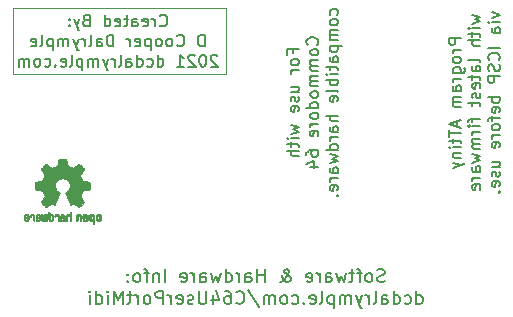
<source format=gbo>
G04 #@! TF.GenerationSoftware,KiCad,Pcbnew,5.1.9+dfsg1-1*
G04 #@! TF.CreationDate,2021-03-09T09:38:51-06:00*
G04 #@! TF.ProjectId,C64UserPortMidi,43363455-7365-4725-906f-72744d696469,rev?*
G04 #@! TF.SameCoordinates,Original*
G04 #@! TF.FileFunction,Legend,Bot*
G04 #@! TF.FilePolarity,Positive*
%FSLAX46Y46*%
G04 Gerber Fmt 4.6, Leading zero omitted, Abs format (unit mm)*
G04 Created by KiCad (PCBNEW 5.1.9+dfsg1-1) date 2021-03-09 09:38:51*
%MOMM*%
%LPD*%
G01*
G04 APERTURE LIST*
%ADD10C,0.150000*%
%ADD11C,0.200000*%
%ADD12C,0.120000*%
%ADD13C,0.010000*%
G04 APERTURE END LIST*
D10*
X131882571Y-97179333D02*
X131882571Y-96846000D01*
X132406380Y-96846000D02*
X131406380Y-96846000D01*
X131406380Y-97322190D01*
X132406380Y-97846000D02*
X132358761Y-97750761D01*
X132311142Y-97703142D01*
X132215904Y-97655523D01*
X131930190Y-97655523D01*
X131834952Y-97703142D01*
X131787333Y-97750761D01*
X131739714Y-97846000D01*
X131739714Y-97988857D01*
X131787333Y-98084095D01*
X131834952Y-98131714D01*
X131930190Y-98179333D01*
X132215904Y-98179333D01*
X132311142Y-98131714D01*
X132358761Y-98084095D01*
X132406380Y-97988857D01*
X132406380Y-97846000D01*
X132406380Y-98607904D02*
X131739714Y-98607904D01*
X131930190Y-98607904D02*
X131834952Y-98655523D01*
X131787333Y-98703142D01*
X131739714Y-98798380D01*
X131739714Y-98893619D01*
X131739714Y-100417428D02*
X132406380Y-100417428D01*
X131739714Y-99988857D02*
X132263523Y-99988857D01*
X132358761Y-100036476D01*
X132406380Y-100131714D01*
X132406380Y-100274571D01*
X132358761Y-100369809D01*
X132311142Y-100417428D01*
X132358761Y-100846000D02*
X132406380Y-100941238D01*
X132406380Y-101131714D01*
X132358761Y-101226952D01*
X132263523Y-101274571D01*
X132215904Y-101274571D01*
X132120666Y-101226952D01*
X132073047Y-101131714D01*
X132073047Y-100988857D01*
X132025428Y-100893619D01*
X131930190Y-100846000D01*
X131882571Y-100846000D01*
X131787333Y-100893619D01*
X131739714Y-100988857D01*
X131739714Y-101131714D01*
X131787333Y-101226952D01*
X132358761Y-102084095D02*
X132406380Y-101988857D01*
X132406380Y-101798380D01*
X132358761Y-101703142D01*
X132263523Y-101655523D01*
X131882571Y-101655523D01*
X131787333Y-101703142D01*
X131739714Y-101798380D01*
X131739714Y-101988857D01*
X131787333Y-102084095D01*
X131882571Y-102131714D01*
X131977809Y-102131714D01*
X132073047Y-101655523D01*
X131739714Y-103226952D02*
X132406380Y-103417428D01*
X131930190Y-103607904D01*
X132406380Y-103798380D01*
X131739714Y-103988857D01*
X132406380Y-104369809D02*
X131739714Y-104369809D01*
X131406380Y-104369809D02*
X131454000Y-104322190D01*
X131501619Y-104369809D01*
X131454000Y-104417428D01*
X131406380Y-104369809D01*
X131501619Y-104369809D01*
X131739714Y-104703142D02*
X131739714Y-105084095D01*
X131406380Y-104846000D02*
X132263523Y-104846000D01*
X132358761Y-104893619D01*
X132406380Y-104988857D01*
X132406380Y-105084095D01*
X132406380Y-105417428D02*
X131406380Y-105417428D01*
X132406380Y-105846000D02*
X131882571Y-105846000D01*
X131787333Y-105798380D01*
X131739714Y-105703142D01*
X131739714Y-105560285D01*
X131787333Y-105465047D01*
X131834952Y-105417428D01*
X133961142Y-96441238D02*
X134008761Y-96393619D01*
X134056380Y-96250761D01*
X134056380Y-96155523D01*
X134008761Y-96012666D01*
X133913523Y-95917428D01*
X133818285Y-95869809D01*
X133627809Y-95822190D01*
X133484952Y-95822190D01*
X133294476Y-95869809D01*
X133199238Y-95917428D01*
X133104000Y-96012666D01*
X133056380Y-96155523D01*
X133056380Y-96250761D01*
X133104000Y-96393619D01*
X133151619Y-96441238D01*
X134056380Y-97012666D02*
X134008761Y-96917428D01*
X133961142Y-96869809D01*
X133865904Y-96822190D01*
X133580190Y-96822190D01*
X133484952Y-96869809D01*
X133437333Y-96917428D01*
X133389714Y-97012666D01*
X133389714Y-97155523D01*
X133437333Y-97250761D01*
X133484952Y-97298380D01*
X133580190Y-97346000D01*
X133865904Y-97346000D01*
X133961142Y-97298380D01*
X134008761Y-97250761D01*
X134056380Y-97155523D01*
X134056380Y-97012666D01*
X134056380Y-97774571D02*
X133389714Y-97774571D01*
X133484952Y-97774571D02*
X133437333Y-97822190D01*
X133389714Y-97917428D01*
X133389714Y-98060285D01*
X133437333Y-98155523D01*
X133532571Y-98203142D01*
X134056380Y-98203142D01*
X133532571Y-98203142D02*
X133437333Y-98250761D01*
X133389714Y-98346000D01*
X133389714Y-98488857D01*
X133437333Y-98584095D01*
X133532571Y-98631714D01*
X134056380Y-98631714D01*
X134056380Y-99107904D02*
X133389714Y-99107904D01*
X133484952Y-99107904D02*
X133437333Y-99155523D01*
X133389714Y-99250761D01*
X133389714Y-99393619D01*
X133437333Y-99488857D01*
X133532571Y-99536476D01*
X134056380Y-99536476D01*
X133532571Y-99536476D02*
X133437333Y-99584095D01*
X133389714Y-99679333D01*
X133389714Y-99822190D01*
X133437333Y-99917428D01*
X133532571Y-99965047D01*
X134056380Y-99965047D01*
X134056380Y-100584095D02*
X134008761Y-100488857D01*
X133961142Y-100441238D01*
X133865904Y-100393619D01*
X133580190Y-100393619D01*
X133484952Y-100441238D01*
X133437333Y-100488857D01*
X133389714Y-100584095D01*
X133389714Y-100726952D01*
X133437333Y-100822190D01*
X133484952Y-100869809D01*
X133580190Y-100917428D01*
X133865904Y-100917428D01*
X133961142Y-100869809D01*
X134008761Y-100822190D01*
X134056380Y-100726952D01*
X134056380Y-100584095D01*
X134056380Y-101774571D02*
X133056380Y-101774571D01*
X134008761Y-101774571D02*
X134056380Y-101679333D01*
X134056380Y-101488857D01*
X134008761Y-101393619D01*
X133961142Y-101346000D01*
X133865904Y-101298380D01*
X133580190Y-101298380D01*
X133484952Y-101346000D01*
X133437333Y-101393619D01*
X133389714Y-101488857D01*
X133389714Y-101679333D01*
X133437333Y-101774571D01*
X134056380Y-102393619D02*
X134008761Y-102298380D01*
X133961142Y-102250761D01*
X133865904Y-102203142D01*
X133580190Y-102203142D01*
X133484952Y-102250761D01*
X133437333Y-102298380D01*
X133389714Y-102393619D01*
X133389714Y-102536476D01*
X133437333Y-102631714D01*
X133484952Y-102679333D01*
X133580190Y-102726952D01*
X133865904Y-102726952D01*
X133961142Y-102679333D01*
X134008761Y-102631714D01*
X134056380Y-102536476D01*
X134056380Y-102393619D01*
X134056380Y-103155523D02*
X133389714Y-103155523D01*
X133580190Y-103155523D02*
X133484952Y-103203142D01*
X133437333Y-103250761D01*
X133389714Y-103346000D01*
X133389714Y-103441238D01*
X134008761Y-104155523D02*
X134056380Y-104060285D01*
X134056380Y-103869809D01*
X134008761Y-103774571D01*
X133913523Y-103726952D01*
X133532571Y-103726952D01*
X133437333Y-103774571D01*
X133389714Y-103869809D01*
X133389714Y-104060285D01*
X133437333Y-104155523D01*
X133532571Y-104203142D01*
X133627809Y-104203142D01*
X133723047Y-103726952D01*
X133056380Y-105822190D02*
X133056380Y-105631714D01*
X133104000Y-105536476D01*
X133151619Y-105488857D01*
X133294476Y-105393619D01*
X133484952Y-105346000D01*
X133865904Y-105346000D01*
X133961142Y-105393619D01*
X134008761Y-105441238D01*
X134056380Y-105536476D01*
X134056380Y-105726952D01*
X134008761Y-105822190D01*
X133961142Y-105869809D01*
X133865904Y-105917428D01*
X133627809Y-105917428D01*
X133532571Y-105869809D01*
X133484952Y-105822190D01*
X133437333Y-105726952D01*
X133437333Y-105536476D01*
X133484952Y-105441238D01*
X133532571Y-105393619D01*
X133627809Y-105346000D01*
X133389714Y-106774571D02*
X134056380Y-106774571D01*
X133008761Y-106536476D02*
X133723047Y-106298380D01*
X133723047Y-106917428D01*
X135658761Y-93893619D02*
X135706380Y-93798380D01*
X135706380Y-93607904D01*
X135658761Y-93512666D01*
X135611142Y-93465047D01*
X135515904Y-93417428D01*
X135230190Y-93417428D01*
X135134952Y-93465047D01*
X135087333Y-93512666D01*
X135039714Y-93607904D01*
X135039714Y-93798380D01*
X135087333Y-93893619D01*
X135706380Y-94465047D02*
X135658761Y-94369809D01*
X135611142Y-94322190D01*
X135515904Y-94274571D01*
X135230190Y-94274571D01*
X135134952Y-94322190D01*
X135087333Y-94369809D01*
X135039714Y-94465047D01*
X135039714Y-94607904D01*
X135087333Y-94703142D01*
X135134952Y-94750761D01*
X135230190Y-94798380D01*
X135515904Y-94798380D01*
X135611142Y-94750761D01*
X135658761Y-94703142D01*
X135706380Y-94607904D01*
X135706380Y-94465047D01*
X135706380Y-95226952D02*
X135039714Y-95226952D01*
X135134952Y-95226952D02*
X135087333Y-95274571D01*
X135039714Y-95369809D01*
X135039714Y-95512666D01*
X135087333Y-95607904D01*
X135182571Y-95655523D01*
X135706380Y-95655523D01*
X135182571Y-95655523D02*
X135087333Y-95703142D01*
X135039714Y-95798380D01*
X135039714Y-95941238D01*
X135087333Y-96036476D01*
X135182571Y-96084095D01*
X135706380Y-96084095D01*
X135039714Y-96560285D02*
X136039714Y-96560285D01*
X135087333Y-96560285D02*
X135039714Y-96655523D01*
X135039714Y-96846000D01*
X135087333Y-96941238D01*
X135134952Y-96988857D01*
X135230190Y-97036476D01*
X135515904Y-97036476D01*
X135611142Y-96988857D01*
X135658761Y-96941238D01*
X135706380Y-96846000D01*
X135706380Y-96655523D01*
X135658761Y-96560285D01*
X135706380Y-97893619D02*
X135182571Y-97893619D01*
X135087333Y-97846000D01*
X135039714Y-97750761D01*
X135039714Y-97560285D01*
X135087333Y-97465047D01*
X135658761Y-97893619D02*
X135706380Y-97798380D01*
X135706380Y-97560285D01*
X135658761Y-97465047D01*
X135563523Y-97417428D01*
X135468285Y-97417428D01*
X135373047Y-97465047D01*
X135325428Y-97560285D01*
X135325428Y-97798380D01*
X135277809Y-97893619D01*
X135039714Y-98226952D02*
X135039714Y-98607904D01*
X134706380Y-98369809D02*
X135563523Y-98369809D01*
X135658761Y-98417428D01*
X135706380Y-98512666D01*
X135706380Y-98607904D01*
X135706380Y-98941238D02*
X135039714Y-98941238D01*
X134706380Y-98941238D02*
X134754000Y-98893619D01*
X134801619Y-98941238D01*
X134754000Y-98988857D01*
X134706380Y-98941238D01*
X134801619Y-98941238D01*
X135706380Y-99417428D02*
X134706380Y-99417428D01*
X135087333Y-99417428D02*
X135039714Y-99512666D01*
X135039714Y-99703142D01*
X135087333Y-99798380D01*
X135134952Y-99846000D01*
X135230190Y-99893619D01*
X135515904Y-99893619D01*
X135611142Y-99846000D01*
X135658761Y-99798380D01*
X135706380Y-99703142D01*
X135706380Y-99512666D01*
X135658761Y-99417428D01*
X135706380Y-100465047D02*
X135658761Y-100369809D01*
X135563523Y-100322190D01*
X134706380Y-100322190D01*
X135658761Y-101226952D02*
X135706380Y-101131714D01*
X135706380Y-100941238D01*
X135658761Y-100846000D01*
X135563523Y-100798380D01*
X135182571Y-100798380D01*
X135087333Y-100846000D01*
X135039714Y-100941238D01*
X135039714Y-101131714D01*
X135087333Y-101226952D01*
X135182571Y-101274571D01*
X135277809Y-101274571D01*
X135373047Y-100798380D01*
X135706380Y-102465047D02*
X134706380Y-102465047D01*
X135706380Y-102893619D02*
X135182571Y-102893619D01*
X135087333Y-102846000D01*
X135039714Y-102750761D01*
X135039714Y-102607904D01*
X135087333Y-102512666D01*
X135134952Y-102465047D01*
X135706380Y-103798380D02*
X135182571Y-103798380D01*
X135087333Y-103750761D01*
X135039714Y-103655523D01*
X135039714Y-103465047D01*
X135087333Y-103369809D01*
X135658761Y-103798380D02*
X135706380Y-103703142D01*
X135706380Y-103465047D01*
X135658761Y-103369809D01*
X135563523Y-103322190D01*
X135468285Y-103322190D01*
X135373047Y-103369809D01*
X135325428Y-103465047D01*
X135325428Y-103703142D01*
X135277809Y-103798380D01*
X135706380Y-104274571D02*
X135039714Y-104274571D01*
X135230190Y-104274571D02*
X135134952Y-104322190D01*
X135087333Y-104369809D01*
X135039714Y-104465047D01*
X135039714Y-104560285D01*
X135706380Y-105322190D02*
X134706380Y-105322190D01*
X135658761Y-105322190D02*
X135706380Y-105226952D01*
X135706380Y-105036476D01*
X135658761Y-104941238D01*
X135611142Y-104893619D01*
X135515904Y-104846000D01*
X135230190Y-104846000D01*
X135134952Y-104893619D01*
X135087333Y-104941238D01*
X135039714Y-105036476D01*
X135039714Y-105226952D01*
X135087333Y-105322190D01*
X135039714Y-105703142D02*
X135706380Y-105893619D01*
X135230190Y-106084095D01*
X135706380Y-106274571D01*
X135039714Y-106465047D01*
X135706380Y-107274571D02*
X135182571Y-107274571D01*
X135087333Y-107226952D01*
X135039714Y-107131714D01*
X135039714Y-106941238D01*
X135087333Y-106846000D01*
X135658761Y-107274571D02*
X135706380Y-107179333D01*
X135706380Y-106941238D01*
X135658761Y-106846000D01*
X135563523Y-106798380D01*
X135468285Y-106798380D01*
X135373047Y-106846000D01*
X135325428Y-106941238D01*
X135325428Y-107179333D01*
X135277809Y-107274571D01*
X135706380Y-107750761D02*
X135039714Y-107750761D01*
X135230190Y-107750761D02*
X135134952Y-107798380D01*
X135087333Y-107846000D01*
X135039714Y-107941238D01*
X135039714Y-108036476D01*
X135658761Y-108750761D02*
X135706380Y-108655523D01*
X135706380Y-108465047D01*
X135658761Y-108369809D01*
X135563523Y-108322190D01*
X135182571Y-108322190D01*
X135087333Y-108369809D01*
X135039714Y-108465047D01*
X135039714Y-108655523D01*
X135087333Y-108750761D01*
X135182571Y-108798380D01*
X135277809Y-108798380D01*
X135373047Y-108322190D01*
X135611142Y-109226952D02*
X135658761Y-109274571D01*
X135706380Y-109226952D01*
X135658761Y-109179333D01*
X135611142Y-109226952D01*
X135706380Y-109226952D01*
X146122380Y-95893619D02*
X145122380Y-95893619D01*
X145122380Y-96274571D01*
X145170000Y-96369809D01*
X145217619Y-96417428D01*
X145312857Y-96465047D01*
X145455714Y-96465047D01*
X145550952Y-96417428D01*
X145598571Y-96369809D01*
X145646190Y-96274571D01*
X145646190Y-95893619D01*
X146122380Y-96893619D02*
X145455714Y-96893619D01*
X145646190Y-96893619D02*
X145550952Y-96941238D01*
X145503333Y-96988857D01*
X145455714Y-97084095D01*
X145455714Y-97179333D01*
X146122380Y-97655523D02*
X146074761Y-97560285D01*
X146027142Y-97512666D01*
X145931904Y-97465047D01*
X145646190Y-97465047D01*
X145550952Y-97512666D01*
X145503333Y-97560285D01*
X145455714Y-97655523D01*
X145455714Y-97798380D01*
X145503333Y-97893619D01*
X145550952Y-97941238D01*
X145646190Y-97988857D01*
X145931904Y-97988857D01*
X146027142Y-97941238D01*
X146074761Y-97893619D01*
X146122380Y-97798380D01*
X146122380Y-97655523D01*
X145455714Y-98846000D02*
X146265238Y-98846000D01*
X146360476Y-98798380D01*
X146408095Y-98750761D01*
X146455714Y-98655523D01*
X146455714Y-98512666D01*
X146408095Y-98417428D01*
X146074761Y-98846000D02*
X146122380Y-98750761D01*
X146122380Y-98560285D01*
X146074761Y-98465047D01*
X146027142Y-98417428D01*
X145931904Y-98369809D01*
X145646190Y-98369809D01*
X145550952Y-98417428D01*
X145503333Y-98465047D01*
X145455714Y-98560285D01*
X145455714Y-98750761D01*
X145503333Y-98846000D01*
X146122380Y-99322190D02*
X145455714Y-99322190D01*
X145646190Y-99322190D02*
X145550952Y-99369809D01*
X145503333Y-99417428D01*
X145455714Y-99512666D01*
X145455714Y-99607904D01*
X146122380Y-100369809D02*
X145598571Y-100369809D01*
X145503333Y-100322190D01*
X145455714Y-100226952D01*
X145455714Y-100036476D01*
X145503333Y-99941238D01*
X146074761Y-100369809D02*
X146122380Y-100274571D01*
X146122380Y-100036476D01*
X146074761Y-99941238D01*
X145979523Y-99893619D01*
X145884285Y-99893619D01*
X145789047Y-99941238D01*
X145741428Y-100036476D01*
X145741428Y-100274571D01*
X145693809Y-100369809D01*
X146122380Y-100846000D02*
X145455714Y-100846000D01*
X145550952Y-100846000D02*
X145503333Y-100893619D01*
X145455714Y-100988857D01*
X145455714Y-101131714D01*
X145503333Y-101226952D01*
X145598571Y-101274571D01*
X146122380Y-101274571D01*
X145598571Y-101274571D02*
X145503333Y-101322190D01*
X145455714Y-101417428D01*
X145455714Y-101560285D01*
X145503333Y-101655523D01*
X145598571Y-101703142D01*
X146122380Y-101703142D01*
X145836666Y-102893619D02*
X145836666Y-103369809D01*
X146122380Y-102798380D02*
X145122380Y-103131714D01*
X146122380Y-103465047D01*
X145122380Y-103655523D02*
X145122380Y-104226952D01*
X146122380Y-103941238D02*
X145122380Y-103941238D01*
X145455714Y-104417428D02*
X145455714Y-104798380D01*
X145122380Y-104560285D02*
X145979523Y-104560285D01*
X146074761Y-104607904D01*
X146122380Y-104703142D01*
X146122380Y-104798380D01*
X146122380Y-105131714D02*
X145455714Y-105131714D01*
X145122380Y-105131714D02*
X145170000Y-105084095D01*
X145217619Y-105131714D01*
X145170000Y-105179333D01*
X145122380Y-105131714D01*
X145217619Y-105131714D01*
X145455714Y-105607904D02*
X146122380Y-105607904D01*
X145550952Y-105607904D02*
X145503333Y-105655523D01*
X145455714Y-105750761D01*
X145455714Y-105893619D01*
X145503333Y-105988857D01*
X145598571Y-106036476D01*
X146122380Y-106036476D01*
X145455714Y-106417428D02*
X146122380Y-106655523D01*
X145455714Y-106893619D02*
X146122380Y-106655523D01*
X146360476Y-106560285D01*
X146408095Y-106512666D01*
X146455714Y-106417428D01*
X147105714Y-93893619D02*
X147772380Y-94084095D01*
X147296190Y-94274571D01*
X147772380Y-94465047D01*
X147105714Y-94655523D01*
X147772380Y-95036476D02*
X147105714Y-95036476D01*
X146772380Y-95036476D02*
X146820000Y-94988857D01*
X146867619Y-95036476D01*
X146820000Y-95084095D01*
X146772380Y-95036476D01*
X146867619Y-95036476D01*
X147105714Y-95369809D02*
X147105714Y-95750761D01*
X146772380Y-95512666D02*
X147629523Y-95512666D01*
X147724761Y-95560285D01*
X147772380Y-95655523D01*
X147772380Y-95750761D01*
X147772380Y-96084095D02*
X146772380Y-96084095D01*
X147772380Y-96512666D02*
X147248571Y-96512666D01*
X147153333Y-96465047D01*
X147105714Y-96369809D01*
X147105714Y-96226952D01*
X147153333Y-96131714D01*
X147200952Y-96084095D01*
X147772380Y-97893619D02*
X147724761Y-97798380D01*
X147629523Y-97750761D01*
X146772380Y-97750761D01*
X147772380Y-98703142D02*
X147248571Y-98703142D01*
X147153333Y-98655523D01*
X147105714Y-98560285D01*
X147105714Y-98369809D01*
X147153333Y-98274571D01*
X147724761Y-98703142D02*
X147772380Y-98607904D01*
X147772380Y-98369809D01*
X147724761Y-98274571D01*
X147629523Y-98226952D01*
X147534285Y-98226952D01*
X147439047Y-98274571D01*
X147391428Y-98369809D01*
X147391428Y-98607904D01*
X147343809Y-98703142D01*
X147105714Y-99036476D02*
X147105714Y-99417428D01*
X146772380Y-99179333D02*
X147629523Y-99179333D01*
X147724761Y-99226952D01*
X147772380Y-99322190D01*
X147772380Y-99417428D01*
X147724761Y-100131714D02*
X147772380Y-100036476D01*
X147772380Y-99846000D01*
X147724761Y-99750761D01*
X147629523Y-99703142D01*
X147248571Y-99703142D01*
X147153333Y-99750761D01*
X147105714Y-99846000D01*
X147105714Y-100036476D01*
X147153333Y-100131714D01*
X147248571Y-100179333D01*
X147343809Y-100179333D01*
X147439047Y-99703142D01*
X147724761Y-100560285D02*
X147772380Y-100655523D01*
X147772380Y-100846000D01*
X147724761Y-100941238D01*
X147629523Y-100988857D01*
X147581904Y-100988857D01*
X147486666Y-100941238D01*
X147439047Y-100846000D01*
X147439047Y-100703142D01*
X147391428Y-100607904D01*
X147296190Y-100560285D01*
X147248571Y-100560285D01*
X147153333Y-100607904D01*
X147105714Y-100703142D01*
X147105714Y-100846000D01*
X147153333Y-100941238D01*
X147105714Y-101274571D02*
X147105714Y-101655523D01*
X146772380Y-101417428D02*
X147629523Y-101417428D01*
X147724761Y-101465047D01*
X147772380Y-101560285D01*
X147772380Y-101655523D01*
X147105714Y-102607904D02*
X147105714Y-102988857D01*
X147772380Y-102750761D02*
X146915238Y-102750761D01*
X146820000Y-102798380D01*
X146772380Y-102893619D01*
X146772380Y-102988857D01*
X147772380Y-103322190D02*
X147105714Y-103322190D01*
X146772380Y-103322190D02*
X146820000Y-103274571D01*
X146867619Y-103322190D01*
X146820000Y-103369809D01*
X146772380Y-103322190D01*
X146867619Y-103322190D01*
X147772380Y-103798380D02*
X147105714Y-103798380D01*
X147296190Y-103798380D02*
X147200952Y-103846000D01*
X147153333Y-103893619D01*
X147105714Y-103988857D01*
X147105714Y-104084095D01*
X147772380Y-104417428D02*
X147105714Y-104417428D01*
X147200952Y-104417428D02*
X147153333Y-104465047D01*
X147105714Y-104560285D01*
X147105714Y-104703142D01*
X147153333Y-104798380D01*
X147248571Y-104846000D01*
X147772380Y-104846000D01*
X147248571Y-104846000D02*
X147153333Y-104893619D01*
X147105714Y-104988857D01*
X147105714Y-105131714D01*
X147153333Y-105226952D01*
X147248571Y-105274571D01*
X147772380Y-105274571D01*
X147105714Y-105655523D02*
X147772380Y-105846000D01*
X147296190Y-106036476D01*
X147772380Y-106226952D01*
X147105714Y-106417428D01*
X147772380Y-107226952D02*
X147248571Y-107226952D01*
X147153333Y-107179333D01*
X147105714Y-107084095D01*
X147105714Y-106893619D01*
X147153333Y-106798380D01*
X147724761Y-107226952D02*
X147772380Y-107131714D01*
X147772380Y-106893619D01*
X147724761Y-106798380D01*
X147629523Y-106750761D01*
X147534285Y-106750761D01*
X147439047Y-106798380D01*
X147391428Y-106893619D01*
X147391428Y-107131714D01*
X147343809Y-107226952D01*
X147772380Y-107703142D02*
X147105714Y-107703142D01*
X147296190Y-107703142D02*
X147200952Y-107750761D01*
X147153333Y-107798380D01*
X147105714Y-107893619D01*
X147105714Y-107988857D01*
X147724761Y-108703142D02*
X147772380Y-108607904D01*
X147772380Y-108417428D01*
X147724761Y-108322190D01*
X147629523Y-108274571D01*
X147248571Y-108274571D01*
X147153333Y-108322190D01*
X147105714Y-108417428D01*
X147105714Y-108607904D01*
X147153333Y-108703142D01*
X147248571Y-108750761D01*
X147343809Y-108750761D01*
X147439047Y-108274571D01*
X148755714Y-93679333D02*
X149422380Y-93917428D01*
X148755714Y-94155523D01*
X149422380Y-94536476D02*
X148755714Y-94536476D01*
X148422380Y-94536476D02*
X148470000Y-94488857D01*
X148517619Y-94536476D01*
X148470000Y-94584095D01*
X148422380Y-94536476D01*
X148517619Y-94536476D01*
X149422380Y-95441238D02*
X148898571Y-95441238D01*
X148803333Y-95393619D01*
X148755714Y-95298380D01*
X148755714Y-95107904D01*
X148803333Y-95012666D01*
X149374761Y-95441238D02*
X149422380Y-95346000D01*
X149422380Y-95107904D01*
X149374761Y-95012666D01*
X149279523Y-94965047D01*
X149184285Y-94965047D01*
X149089047Y-95012666D01*
X149041428Y-95107904D01*
X149041428Y-95346000D01*
X148993809Y-95441238D01*
X149422380Y-96679333D02*
X148422380Y-96679333D01*
X149327142Y-97726952D02*
X149374761Y-97679333D01*
X149422380Y-97536476D01*
X149422380Y-97441238D01*
X149374761Y-97298380D01*
X149279523Y-97203142D01*
X149184285Y-97155523D01*
X148993809Y-97107904D01*
X148850952Y-97107904D01*
X148660476Y-97155523D01*
X148565238Y-97203142D01*
X148470000Y-97298380D01*
X148422380Y-97441238D01*
X148422380Y-97536476D01*
X148470000Y-97679333D01*
X148517619Y-97726952D01*
X149374761Y-98107904D02*
X149422380Y-98250761D01*
X149422380Y-98488857D01*
X149374761Y-98584095D01*
X149327142Y-98631714D01*
X149231904Y-98679333D01*
X149136666Y-98679333D01*
X149041428Y-98631714D01*
X148993809Y-98584095D01*
X148946190Y-98488857D01*
X148898571Y-98298380D01*
X148850952Y-98203142D01*
X148803333Y-98155523D01*
X148708095Y-98107904D01*
X148612857Y-98107904D01*
X148517619Y-98155523D01*
X148470000Y-98203142D01*
X148422380Y-98298380D01*
X148422380Y-98536476D01*
X148470000Y-98679333D01*
X149422380Y-99107904D02*
X148422380Y-99107904D01*
X148422380Y-99488857D01*
X148470000Y-99584095D01*
X148517619Y-99631714D01*
X148612857Y-99679333D01*
X148755714Y-99679333D01*
X148850952Y-99631714D01*
X148898571Y-99584095D01*
X148946190Y-99488857D01*
X148946190Y-99107904D01*
X149422380Y-100869809D02*
X148422380Y-100869809D01*
X148803333Y-100869809D02*
X148755714Y-100965047D01*
X148755714Y-101155523D01*
X148803333Y-101250761D01*
X148850952Y-101298380D01*
X148946190Y-101346000D01*
X149231904Y-101346000D01*
X149327142Y-101298380D01*
X149374761Y-101250761D01*
X149422380Y-101155523D01*
X149422380Y-100965047D01*
X149374761Y-100869809D01*
X149374761Y-102155523D02*
X149422380Y-102060285D01*
X149422380Y-101869809D01*
X149374761Y-101774571D01*
X149279523Y-101726952D01*
X148898571Y-101726952D01*
X148803333Y-101774571D01*
X148755714Y-101869809D01*
X148755714Y-102060285D01*
X148803333Y-102155523D01*
X148898571Y-102203142D01*
X148993809Y-102203142D01*
X149089047Y-101726952D01*
X148755714Y-102488857D02*
X148755714Y-102869809D01*
X149422380Y-102631714D02*
X148565238Y-102631714D01*
X148470000Y-102679333D01*
X148422380Y-102774571D01*
X148422380Y-102869809D01*
X149422380Y-103346000D02*
X149374761Y-103250761D01*
X149327142Y-103203142D01*
X149231904Y-103155523D01*
X148946190Y-103155523D01*
X148850952Y-103203142D01*
X148803333Y-103250761D01*
X148755714Y-103346000D01*
X148755714Y-103488857D01*
X148803333Y-103584095D01*
X148850952Y-103631714D01*
X148946190Y-103679333D01*
X149231904Y-103679333D01*
X149327142Y-103631714D01*
X149374761Y-103584095D01*
X149422380Y-103488857D01*
X149422380Y-103346000D01*
X149422380Y-104107904D02*
X148755714Y-104107904D01*
X148946190Y-104107904D02*
X148850952Y-104155523D01*
X148803333Y-104203142D01*
X148755714Y-104298380D01*
X148755714Y-104393619D01*
X149374761Y-105107904D02*
X149422380Y-105012666D01*
X149422380Y-104822190D01*
X149374761Y-104726952D01*
X149279523Y-104679333D01*
X148898571Y-104679333D01*
X148803333Y-104726952D01*
X148755714Y-104822190D01*
X148755714Y-105012666D01*
X148803333Y-105107904D01*
X148898571Y-105155523D01*
X148993809Y-105155523D01*
X149089047Y-104679333D01*
X148755714Y-106774571D02*
X149422380Y-106774571D01*
X148755714Y-106346000D02*
X149279523Y-106346000D01*
X149374761Y-106393619D01*
X149422380Y-106488857D01*
X149422380Y-106631714D01*
X149374761Y-106726952D01*
X149327142Y-106774571D01*
X149374761Y-107203142D02*
X149422380Y-107298380D01*
X149422380Y-107488857D01*
X149374761Y-107584095D01*
X149279523Y-107631714D01*
X149231904Y-107631714D01*
X149136666Y-107584095D01*
X149089047Y-107488857D01*
X149089047Y-107346000D01*
X149041428Y-107250761D01*
X148946190Y-107203142D01*
X148898571Y-107203142D01*
X148803333Y-107250761D01*
X148755714Y-107346000D01*
X148755714Y-107488857D01*
X148803333Y-107584095D01*
X149374761Y-108441238D02*
X149422380Y-108346000D01*
X149422380Y-108155523D01*
X149374761Y-108060285D01*
X149279523Y-108012666D01*
X148898571Y-108012666D01*
X148803333Y-108060285D01*
X148755714Y-108155523D01*
X148755714Y-108346000D01*
X148803333Y-108441238D01*
X148898571Y-108488857D01*
X148993809Y-108488857D01*
X149089047Y-108012666D01*
X149327142Y-108917428D02*
X149374761Y-108965047D01*
X149422380Y-108917428D01*
X149374761Y-108869809D01*
X149327142Y-108917428D01*
X149422380Y-108917428D01*
D11*
X120641619Y-94796142D02*
X120689238Y-94843761D01*
X120832095Y-94891380D01*
X120927333Y-94891380D01*
X121070190Y-94843761D01*
X121165428Y-94748523D01*
X121213047Y-94653285D01*
X121260666Y-94462809D01*
X121260666Y-94319952D01*
X121213047Y-94129476D01*
X121165428Y-94034238D01*
X121070190Y-93939000D01*
X120927333Y-93891380D01*
X120832095Y-93891380D01*
X120689238Y-93939000D01*
X120641619Y-93986619D01*
X120213047Y-94891380D02*
X120213047Y-94224714D01*
X120213047Y-94415190D02*
X120165428Y-94319952D01*
X120117809Y-94272333D01*
X120022571Y-94224714D01*
X119927333Y-94224714D01*
X119213047Y-94843761D02*
X119308285Y-94891380D01*
X119498761Y-94891380D01*
X119594000Y-94843761D01*
X119641619Y-94748523D01*
X119641619Y-94367571D01*
X119594000Y-94272333D01*
X119498761Y-94224714D01*
X119308285Y-94224714D01*
X119213047Y-94272333D01*
X119165428Y-94367571D01*
X119165428Y-94462809D01*
X119641619Y-94558047D01*
X118308285Y-94891380D02*
X118308285Y-94367571D01*
X118355904Y-94272333D01*
X118451142Y-94224714D01*
X118641619Y-94224714D01*
X118736857Y-94272333D01*
X118308285Y-94843761D02*
X118403523Y-94891380D01*
X118641619Y-94891380D01*
X118736857Y-94843761D01*
X118784476Y-94748523D01*
X118784476Y-94653285D01*
X118736857Y-94558047D01*
X118641619Y-94510428D01*
X118403523Y-94510428D01*
X118308285Y-94462809D01*
X117974952Y-94224714D02*
X117594000Y-94224714D01*
X117832095Y-93891380D02*
X117832095Y-94748523D01*
X117784476Y-94843761D01*
X117689238Y-94891380D01*
X117594000Y-94891380D01*
X116879714Y-94843761D02*
X116974952Y-94891380D01*
X117165428Y-94891380D01*
X117260666Y-94843761D01*
X117308285Y-94748523D01*
X117308285Y-94367571D01*
X117260666Y-94272333D01*
X117165428Y-94224714D01*
X116974952Y-94224714D01*
X116879714Y-94272333D01*
X116832095Y-94367571D01*
X116832095Y-94462809D01*
X117308285Y-94558047D01*
X115974952Y-94891380D02*
X115974952Y-93891380D01*
X115974952Y-94843761D02*
X116070190Y-94891380D01*
X116260666Y-94891380D01*
X116355904Y-94843761D01*
X116403523Y-94796142D01*
X116451142Y-94700904D01*
X116451142Y-94415190D01*
X116403523Y-94319952D01*
X116355904Y-94272333D01*
X116260666Y-94224714D01*
X116070190Y-94224714D01*
X115974952Y-94272333D01*
X114403523Y-94367571D02*
X114260666Y-94415190D01*
X114213047Y-94462809D01*
X114165428Y-94558047D01*
X114165428Y-94700904D01*
X114213047Y-94796142D01*
X114260666Y-94843761D01*
X114355904Y-94891380D01*
X114736857Y-94891380D01*
X114736857Y-93891380D01*
X114403523Y-93891380D01*
X114308285Y-93939000D01*
X114260666Y-93986619D01*
X114213047Y-94081857D01*
X114213047Y-94177095D01*
X114260666Y-94272333D01*
X114308285Y-94319952D01*
X114403523Y-94367571D01*
X114736857Y-94367571D01*
X113832095Y-94224714D02*
X113594000Y-94891380D01*
X113355904Y-94224714D02*
X113594000Y-94891380D01*
X113689238Y-95129476D01*
X113736857Y-95177095D01*
X113832095Y-95224714D01*
X112974952Y-94796142D02*
X112927333Y-94843761D01*
X112974952Y-94891380D01*
X113022571Y-94843761D01*
X112974952Y-94796142D01*
X112974952Y-94891380D01*
X112974952Y-94272333D02*
X112927333Y-94319952D01*
X112974952Y-94367571D01*
X113022571Y-94319952D01*
X112974952Y-94272333D01*
X112974952Y-94367571D01*
X124427333Y-96591380D02*
X124427333Y-95591380D01*
X124189238Y-95591380D01*
X124046380Y-95639000D01*
X123951142Y-95734238D01*
X123903523Y-95829476D01*
X123855904Y-96019952D01*
X123855904Y-96162809D01*
X123903523Y-96353285D01*
X123951142Y-96448523D01*
X124046380Y-96543761D01*
X124189238Y-96591380D01*
X124427333Y-96591380D01*
X122094000Y-96496142D02*
X122141619Y-96543761D01*
X122284476Y-96591380D01*
X122379714Y-96591380D01*
X122522571Y-96543761D01*
X122617809Y-96448523D01*
X122665428Y-96353285D01*
X122713047Y-96162809D01*
X122713047Y-96019952D01*
X122665428Y-95829476D01*
X122617809Y-95734238D01*
X122522571Y-95639000D01*
X122379714Y-95591380D01*
X122284476Y-95591380D01*
X122141619Y-95639000D01*
X122094000Y-95686619D01*
X121522571Y-96591380D02*
X121617809Y-96543761D01*
X121665428Y-96496142D01*
X121713047Y-96400904D01*
X121713047Y-96115190D01*
X121665428Y-96019952D01*
X121617809Y-95972333D01*
X121522571Y-95924714D01*
X121379714Y-95924714D01*
X121284476Y-95972333D01*
X121236857Y-96019952D01*
X121189238Y-96115190D01*
X121189238Y-96400904D01*
X121236857Y-96496142D01*
X121284476Y-96543761D01*
X121379714Y-96591380D01*
X121522571Y-96591380D01*
X120617809Y-96591380D02*
X120713047Y-96543761D01*
X120760666Y-96496142D01*
X120808285Y-96400904D01*
X120808285Y-96115190D01*
X120760666Y-96019952D01*
X120713047Y-95972333D01*
X120617809Y-95924714D01*
X120474952Y-95924714D01*
X120379714Y-95972333D01*
X120332095Y-96019952D01*
X120284476Y-96115190D01*
X120284476Y-96400904D01*
X120332095Y-96496142D01*
X120379714Y-96543761D01*
X120474952Y-96591380D01*
X120617809Y-96591380D01*
X119855904Y-95924714D02*
X119855904Y-96924714D01*
X119855904Y-95972333D02*
X119760666Y-95924714D01*
X119570190Y-95924714D01*
X119474952Y-95972333D01*
X119427333Y-96019952D01*
X119379714Y-96115190D01*
X119379714Y-96400904D01*
X119427333Y-96496142D01*
X119474952Y-96543761D01*
X119570190Y-96591380D01*
X119760666Y-96591380D01*
X119855904Y-96543761D01*
X118570190Y-96543761D02*
X118665428Y-96591380D01*
X118855904Y-96591380D01*
X118951142Y-96543761D01*
X118998761Y-96448523D01*
X118998761Y-96067571D01*
X118951142Y-95972333D01*
X118855904Y-95924714D01*
X118665428Y-95924714D01*
X118570190Y-95972333D01*
X118522571Y-96067571D01*
X118522571Y-96162809D01*
X118998761Y-96258047D01*
X118094000Y-96591380D02*
X118094000Y-95924714D01*
X118094000Y-96115190D02*
X118046380Y-96019952D01*
X117998761Y-95972333D01*
X117903523Y-95924714D01*
X117808285Y-95924714D01*
X116713047Y-96591380D02*
X116713047Y-95591380D01*
X116474952Y-95591380D01*
X116332095Y-95639000D01*
X116236857Y-95734238D01*
X116189238Y-95829476D01*
X116141619Y-96019952D01*
X116141619Y-96162809D01*
X116189238Y-96353285D01*
X116236857Y-96448523D01*
X116332095Y-96543761D01*
X116474952Y-96591380D01*
X116713047Y-96591380D01*
X115284476Y-96591380D02*
X115284476Y-96067571D01*
X115332095Y-95972333D01*
X115427333Y-95924714D01*
X115617809Y-95924714D01*
X115713047Y-95972333D01*
X115284476Y-96543761D02*
X115379714Y-96591380D01*
X115617809Y-96591380D01*
X115713047Y-96543761D01*
X115760666Y-96448523D01*
X115760666Y-96353285D01*
X115713047Y-96258047D01*
X115617809Y-96210428D01*
X115379714Y-96210428D01*
X115284476Y-96162809D01*
X114665428Y-96591380D02*
X114760666Y-96543761D01*
X114808285Y-96448523D01*
X114808285Y-95591380D01*
X114284476Y-96591380D02*
X114284476Y-95924714D01*
X114284476Y-96115190D02*
X114236857Y-96019952D01*
X114189238Y-95972333D01*
X114094000Y-95924714D01*
X113998761Y-95924714D01*
X113760666Y-95924714D02*
X113522571Y-96591380D01*
X113284476Y-95924714D02*
X113522571Y-96591380D01*
X113617809Y-96829476D01*
X113665428Y-96877095D01*
X113760666Y-96924714D01*
X112903523Y-96591380D02*
X112903523Y-95924714D01*
X112903523Y-96019952D02*
X112855904Y-95972333D01*
X112760666Y-95924714D01*
X112617809Y-95924714D01*
X112522571Y-95972333D01*
X112474952Y-96067571D01*
X112474952Y-96591380D01*
X112474952Y-96067571D02*
X112427333Y-95972333D01*
X112332095Y-95924714D01*
X112189238Y-95924714D01*
X112094000Y-95972333D01*
X112046380Y-96067571D01*
X112046380Y-96591380D01*
X111570190Y-95924714D02*
X111570190Y-96924714D01*
X111570190Y-95972333D02*
X111474952Y-95924714D01*
X111284476Y-95924714D01*
X111189238Y-95972333D01*
X111141619Y-96019952D01*
X111094000Y-96115190D01*
X111094000Y-96400904D01*
X111141619Y-96496142D01*
X111189238Y-96543761D01*
X111284476Y-96591380D01*
X111474952Y-96591380D01*
X111570190Y-96543761D01*
X110522571Y-96591380D02*
X110617809Y-96543761D01*
X110665428Y-96448523D01*
X110665428Y-95591380D01*
X109760666Y-96543761D02*
X109855904Y-96591380D01*
X110046380Y-96591380D01*
X110141619Y-96543761D01*
X110189238Y-96448523D01*
X110189238Y-96067571D01*
X110141619Y-95972333D01*
X110046380Y-95924714D01*
X109855904Y-95924714D01*
X109760666Y-95972333D01*
X109713047Y-96067571D01*
X109713047Y-96162809D01*
X110189238Y-96258047D01*
X125522571Y-97386619D02*
X125474952Y-97339000D01*
X125379714Y-97291380D01*
X125141619Y-97291380D01*
X125046380Y-97339000D01*
X124998761Y-97386619D01*
X124951142Y-97481857D01*
X124951142Y-97577095D01*
X124998761Y-97719952D01*
X125570190Y-98291380D01*
X124951142Y-98291380D01*
X124332095Y-97291380D02*
X124236857Y-97291380D01*
X124141619Y-97339000D01*
X124094000Y-97386619D01*
X124046380Y-97481857D01*
X123998761Y-97672333D01*
X123998761Y-97910428D01*
X124046380Y-98100904D01*
X124094000Y-98196142D01*
X124141619Y-98243761D01*
X124236857Y-98291380D01*
X124332095Y-98291380D01*
X124427333Y-98243761D01*
X124474952Y-98196142D01*
X124522571Y-98100904D01*
X124570190Y-97910428D01*
X124570190Y-97672333D01*
X124522571Y-97481857D01*
X124474952Y-97386619D01*
X124427333Y-97339000D01*
X124332095Y-97291380D01*
X123617809Y-97386619D02*
X123570190Y-97339000D01*
X123474952Y-97291380D01*
X123236857Y-97291380D01*
X123141619Y-97339000D01*
X123094000Y-97386619D01*
X123046380Y-97481857D01*
X123046380Y-97577095D01*
X123094000Y-97719952D01*
X123665428Y-98291380D01*
X123046380Y-98291380D01*
X122094000Y-98291380D02*
X122665428Y-98291380D01*
X122379714Y-98291380D02*
X122379714Y-97291380D01*
X122474952Y-97434238D01*
X122570190Y-97529476D01*
X122665428Y-97577095D01*
X120474952Y-98291380D02*
X120474952Y-97291380D01*
X120474952Y-98243761D02*
X120570190Y-98291380D01*
X120760666Y-98291380D01*
X120855904Y-98243761D01*
X120903523Y-98196142D01*
X120951142Y-98100904D01*
X120951142Y-97815190D01*
X120903523Y-97719952D01*
X120855904Y-97672333D01*
X120760666Y-97624714D01*
X120570190Y-97624714D01*
X120474952Y-97672333D01*
X119570190Y-98243761D02*
X119665428Y-98291380D01*
X119855904Y-98291380D01*
X119951142Y-98243761D01*
X119998761Y-98196142D01*
X120046380Y-98100904D01*
X120046380Y-97815190D01*
X119998761Y-97719952D01*
X119951142Y-97672333D01*
X119855904Y-97624714D01*
X119665428Y-97624714D01*
X119570190Y-97672333D01*
X118713047Y-98291380D02*
X118713047Y-97291380D01*
X118713047Y-98243761D02*
X118808285Y-98291380D01*
X118998761Y-98291380D01*
X119094000Y-98243761D01*
X119141619Y-98196142D01*
X119189238Y-98100904D01*
X119189238Y-97815190D01*
X119141619Y-97719952D01*
X119094000Y-97672333D01*
X118998761Y-97624714D01*
X118808285Y-97624714D01*
X118713047Y-97672333D01*
X117808285Y-98291380D02*
X117808285Y-97767571D01*
X117855904Y-97672333D01*
X117951142Y-97624714D01*
X118141619Y-97624714D01*
X118236857Y-97672333D01*
X117808285Y-98243761D02*
X117903523Y-98291380D01*
X118141619Y-98291380D01*
X118236857Y-98243761D01*
X118284476Y-98148523D01*
X118284476Y-98053285D01*
X118236857Y-97958047D01*
X118141619Y-97910428D01*
X117903523Y-97910428D01*
X117808285Y-97862809D01*
X117189238Y-98291380D02*
X117284476Y-98243761D01*
X117332095Y-98148523D01*
X117332095Y-97291380D01*
X116808285Y-98291380D02*
X116808285Y-97624714D01*
X116808285Y-97815190D02*
X116760666Y-97719952D01*
X116713047Y-97672333D01*
X116617809Y-97624714D01*
X116522571Y-97624714D01*
X116284476Y-97624714D02*
X116046380Y-98291380D01*
X115808285Y-97624714D02*
X116046380Y-98291380D01*
X116141619Y-98529476D01*
X116189238Y-98577095D01*
X116284476Y-98624714D01*
X115427333Y-98291380D02*
X115427333Y-97624714D01*
X115427333Y-97719952D02*
X115379714Y-97672333D01*
X115284476Y-97624714D01*
X115141619Y-97624714D01*
X115046380Y-97672333D01*
X114998761Y-97767571D01*
X114998761Y-98291380D01*
X114998761Y-97767571D02*
X114951142Y-97672333D01*
X114855904Y-97624714D01*
X114713047Y-97624714D01*
X114617809Y-97672333D01*
X114570190Y-97767571D01*
X114570190Y-98291380D01*
X114094000Y-97624714D02*
X114094000Y-98624714D01*
X114094000Y-97672333D02*
X113998761Y-97624714D01*
X113808285Y-97624714D01*
X113713047Y-97672333D01*
X113665428Y-97719952D01*
X113617809Y-97815190D01*
X113617809Y-98100904D01*
X113665428Y-98196142D01*
X113713047Y-98243761D01*
X113808285Y-98291380D01*
X113998761Y-98291380D01*
X114094000Y-98243761D01*
X113046380Y-98291380D02*
X113141619Y-98243761D01*
X113189238Y-98148523D01*
X113189238Y-97291380D01*
X112284476Y-98243761D02*
X112379714Y-98291380D01*
X112570190Y-98291380D01*
X112665428Y-98243761D01*
X112713047Y-98148523D01*
X112713047Y-97767571D01*
X112665428Y-97672333D01*
X112570190Y-97624714D01*
X112379714Y-97624714D01*
X112284476Y-97672333D01*
X112236857Y-97767571D01*
X112236857Y-97862809D01*
X112713047Y-97958047D01*
X111808285Y-98196142D02*
X111760666Y-98243761D01*
X111808285Y-98291380D01*
X111855904Y-98243761D01*
X111808285Y-98196142D01*
X111808285Y-98291380D01*
X110903523Y-98243761D02*
X110998761Y-98291380D01*
X111189238Y-98291380D01*
X111284476Y-98243761D01*
X111332095Y-98196142D01*
X111379714Y-98100904D01*
X111379714Y-97815190D01*
X111332095Y-97719952D01*
X111284476Y-97672333D01*
X111189238Y-97624714D01*
X110998761Y-97624714D01*
X110903523Y-97672333D01*
X110332095Y-98291380D02*
X110427333Y-98243761D01*
X110474952Y-98196142D01*
X110522571Y-98100904D01*
X110522571Y-97815190D01*
X110474952Y-97719952D01*
X110427333Y-97672333D01*
X110332095Y-97624714D01*
X110189238Y-97624714D01*
X110094000Y-97672333D01*
X110046380Y-97719952D01*
X109998761Y-97815190D01*
X109998761Y-98100904D01*
X110046380Y-98196142D01*
X110094000Y-98243761D01*
X110189238Y-98291380D01*
X110332095Y-98291380D01*
X109570190Y-98291380D02*
X109570190Y-97624714D01*
X109570190Y-97719952D02*
X109522571Y-97672333D01*
X109427333Y-97624714D01*
X109284476Y-97624714D01*
X109189238Y-97672333D01*
X109141619Y-97767571D01*
X109141619Y-98291380D01*
X109141619Y-97767571D02*
X109094000Y-97672333D01*
X108998761Y-97624714D01*
X108855904Y-97624714D01*
X108760666Y-97672333D01*
X108713047Y-97767571D01*
X108713047Y-98291380D01*
D12*
X126238000Y-93345000D02*
X108204000Y-93345000D01*
X126238000Y-98933000D02*
X126238000Y-93345000D01*
X108204000Y-98933000D02*
X126238000Y-98933000D01*
X108204000Y-93345000D02*
X108204000Y-98933000D01*
D11*
X139673238Y-116487238D02*
X139516095Y-116539619D01*
X139254190Y-116539619D01*
X139149428Y-116487238D01*
X139097047Y-116434857D01*
X139044666Y-116330095D01*
X139044666Y-116225333D01*
X139097047Y-116120571D01*
X139149428Y-116068190D01*
X139254190Y-116015809D01*
X139463714Y-115963428D01*
X139568476Y-115911047D01*
X139620857Y-115858666D01*
X139673238Y-115753904D01*
X139673238Y-115649142D01*
X139620857Y-115544380D01*
X139568476Y-115492000D01*
X139463714Y-115439619D01*
X139201809Y-115439619D01*
X139044666Y-115492000D01*
X138416095Y-116539619D02*
X138520857Y-116487238D01*
X138573238Y-116434857D01*
X138625619Y-116330095D01*
X138625619Y-116015809D01*
X138573238Y-115911047D01*
X138520857Y-115858666D01*
X138416095Y-115806285D01*
X138258952Y-115806285D01*
X138154190Y-115858666D01*
X138101809Y-115911047D01*
X138049428Y-116015809D01*
X138049428Y-116330095D01*
X138101809Y-116434857D01*
X138154190Y-116487238D01*
X138258952Y-116539619D01*
X138416095Y-116539619D01*
X137735142Y-115806285D02*
X137316095Y-115806285D01*
X137578000Y-116539619D02*
X137578000Y-115596761D01*
X137525619Y-115492000D01*
X137420857Y-115439619D01*
X137316095Y-115439619D01*
X137106571Y-115806285D02*
X136687523Y-115806285D01*
X136949428Y-115439619D02*
X136949428Y-116382476D01*
X136897047Y-116487238D01*
X136792285Y-116539619D01*
X136687523Y-116539619D01*
X136425619Y-115806285D02*
X136216095Y-116539619D01*
X136006571Y-116015809D01*
X135797047Y-116539619D01*
X135587523Y-115806285D01*
X134697047Y-116539619D02*
X134697047Y-115963428D01*
X134749428Y-115858666D01*
X134854190Y-115806285D01*
X135063714Y-115806285D01*
X135168476Y-115858666D01*
X134697047Y-116487238D02*
X134801809Y-116539619D01*
X135063714Y-116539619D01*
X135168476Y-116487238D01*
X135220857Y-116382476D01*
X135220857Y-116277714D01*
X135168476Y-116172952D01*
X135063714Y-116120571D01*
X134801809Y-116120571D01*
X134697047Y-116068190D01*
X134173238Y-116539619D02*
X134173238Y-115806285D01*
X134173238Y-116015809D02*
X134120857Y-115911047D01*
X134068476Y-115858666D01*
X133963714Y-115806285D01*
X133858952Y-115806285D01*
X133073238Y-116487238D02*
X133178000Y-116539619D01*
X133387523Y-116539619D01*
X133492285Y-116487238D01*
X133544666Y-116382476D01*
X133544666Y-115963428D01*
X133492285Y-115858666D01*
X133387523Y-115806285D01*
X133178000Y-115806285D01*
X133073238Y-115858666D01*
X133020857Y-115963428D01*
X133020857Y-116068190D01*
X133544666Y-116172952D01*
X130820857Y-116539619D02*
X130873238Y-116539619D01*
X130977999Y-116487238D01*
X131135142Y-116330095D01*
X131397047Y-116015809D01*
X131501809Y-115858666D01*
X131554190Y-115701523D01*
X131554190Y-115596761D01*
X131501809Y-115492000D01*
X131397047Y-115439619D01*
X131344666Y-115439619D01*
X131239904Y-115492000D01*
X131187523Y-115596761D01*
X131187523Y-115649142D01*
X131239904Y-115753904D01*
X131292285Y-115806285D01*
X131606571Y-116015809D01*
X131658952Y-116068190D01*
X131711333Y-116172952D01*
X131711333Y-116330095D01*
X131658952Y-116434857D01*
X131606571Y-116487238D01*
X131501809Y-116539619D01*
X131344666Y-116539619D01*
X131239904Y-116487238D01*
X131187523Y-116434857D01*
X131030380Y-116225333D01*
X130977999Y-116068190D01*
X130977999Y-115963428D01*
X129511333Y-116539619D02*
X129511333Y-115439619D01*
X129511333Y-115963428D02*
X128882761Y-115963428D01*
X128882761Y-116539619D02*
X128882761Y-115439619D01*
X127887523Y-116539619D02*
X127887523Y-115963428D01*
X127939904Y-115858666D01*
X128044666Y-115806285D01*
X128254190Y-115806285D01*
X128358952Y-115858666D01*
X127887523Y-116487238D02*
X127992285Y-116539619D01*
X128254190Y-116539619D01*
X128358952Y-116487238D01*
X128411333Y-116382476D01*
X128411333Y-116277714D01*
X128358952Y-116172952D01*
X128254190Y-116120571D01*
X127992285Y-116120571D01*
X127887523Y-116068190D01*
X127363714Y-116539619D02*
X127363714Y-115806285D01*
X127363714Y-116015809D02*
X127311333Y-115911047D01*
X127258952Y-115858666D01*
X127154190Y-115806285D01*
X127049428Y-115806285D01*
X126211333Y-116539619D02*
X126211333Y-115439619D01*
X126211333Y-116487238D02*
X126316095Y-116539619D01*
X126525619Y-116539619D01*
X126630380Y-116487238D01*
X126682761Y-116434857D01*
X126735142Y-116330095D01*
X126735142Y-116015809D01*
X126682761Y-115911047D01*
X126630380Y-115858666D01*
X126525619Y-115806285D01*
X126316095Y-115806285D01*
X126211333Y-115858666D01*
X125792285Y-115806285D02*
X125582761Y-116539619D01*
X125373238Y-116015809D01*
X125163714Y-116539619D01*
X124954190Y-115806285D01*
X124063714Y-116539619D02*
X124063714Y-115963428D01*
X124116095Y-115858666D01*
X124220857Y-115806285D01*
X124430380Y-115806285D01*
X124535142Y-115858666D01*
X124063714Y-116487238D02*
X124168476Y-116539619D01*
X124430380Y-116539619D01*
X124535142Y-116487238D01*
X124587523Y-116382476D01*
X124587523Y-116277714D01*
X124535142Y-116172952D01*
X124430380Y-116120571D01*
X124168476Y-116120571D01*
X124063714Y-116068190D01*
X123539904Y-116539619D02*
X123539904Y-115806285D01*
X123539904Y-116015809D02*
X123487523Y-115911047D01*
X123435142Y-115858666D01*
X123330380Y-115806285D01*
X123225619Y-115806285D01*
X122439904Y-116487238D02*
X122544666Y-116539619D01*
X122754190Y-116539619D01*
X122858952Y-116487238D01*
X122911333Y-116382476D01*
X122911333Y-115963428D01*
X122858952Y-115858666D01*
X122754190Y-115806285D01*
X122544666Y-115806285D01*
X122439904Y-115858666D01*
X122387523Y-115963428D01*
X122387523Y-116068190D01*
X122911333Y-116172952D01*
X121078000Y-116539619D02*
X121078000Y-115439619D01*
X120554190Y-115806285D02*
X120554190Y-116539619D01*
X120554190Y-115911047D02*
X120501809Y-115858666D01*
X120397047Y-115806285D01*
X120239904Y-115806285D01*
X120135142Y-115858666D01*
X120082761Y-115963428D01*
X120082761Y-116539619D01*
X119716095Y-115806285D02*
X119297047Y-115806285D01*
X119558952Y-116539619D02*
X119558952Y-115596761D01*
X119506571Y-115492000D01*
X119401809Y-115439619D01*
X119297047Y-115439619D01*
X118773238Y-116539619D02*
X118878000Y-116487238D01*
X118930380Y-116434857D01*
X118982761Y-116330095D01*
X118982761Y-116015809D01*
X118930380Y-115911047D01*
X118878000Y-115858666D01*
X118773238Y-115806285D01*
X118616095Y-115806285D01*
X118511333Y-115858666D01*
X118458952Y-115911047D01*
X118406571Y-116015809D01*
X118406571Y-116330095D01*
X118458952Y-116434857D01*
X118511333Y-116487238D01*
X118616095Y-116539619D01*
X118773238Y-116539619D01*
X117935142Y-116434857D02*
X117882761Y-116487238D01*
X117935142Y-116539619D01*
X117987523Y-116487238D01*
X117935142Y-116434857D01*
X117935142Y-116539619D01*
X117935142Y-115858666D02*
X117882761Y-115911047D01*
X117935142Y-115963428D01*
X117987523Y-115911047D01*
X117935142Y-115858666D01*
X117935142Y-115963428D01*
X142370857Y-118389619D02*
X142370857Y-117289619D01*
X142370857Y-118337238D02*
X142475619Y-118389619D01*
X142685142Y-118389619D01*
X142789904Y-118337238D01*
X142842285Y-118284857D01*
X142894666Y-118180095D01*
X142894666Y-117865809D01*
X142842285Y-117761047D01*
X142789904Y-117708666D01*
X142685142Y-117656285D01*
X142475619Y-117656285D01*
X142370857Y-117708666D01*
X141375619Y-118337238D02*
X141480380Y-118389619D01*
X141689904Y-118389619D01*
X141794666Y-118337238D01*
X141847047Y-118284857D01*
X141899428Y-118180095D01*
X141899428Y-117865809D01*
X141847047Y-117761047D01*
X141794666Y-117708666D01*
X141689904Y-117656285D01*
X141480380Y-117656285D01*
X141375619Y-117708666D01*
X140432761Y-118389619D02*
X140432761Y-117289619D01*
X140432761Y-118337238D02*
X140537523Y-118389619D01*
X140747047Y-118389619D01*
X140851809Y-118337238D01*
X140904190Y-118284857D01*
X140956571Y-118180095D01*
X140956571Y-117865809D01*
X140904190Y-117761047D01*
X140851809Y-117708666D01*
X140747047Y-117656285D01*
X140537523Y-117656285D01*
X140432761Y-117708666D01*
X139437523Y-118389619D02*
X139437523Y-117813428D01*
X139489904Y-117708666D01*
X139594666Y-117656285D01*
X139804190Y-117656285D01*
X139908952Y-117708666D01*
X139437523Y-118337238D02*
X139542285Y-118389619D01*
X139804190Y-118389619D01*
X139908952Y-118337238D01*
X139961333Y-118232476D01*
X139961333Y-118127714D01*
X139908952Y-118022952D01*
X139804190Y-117970571D01*
X139542285Y-117970571D01*
X139437523Y-117918190D01*
X138756571Y-118389619D02*
X138861333Y-118337238D01*
X138913714Y-118232476D01*
X138913714Y-117289619D01*
X138337523Y-118389619D02*
X138337523Y-117656285D01*
X138337523Y-117865809D02*
X138285142Y-117761047D01*
X138232761Y-117708666D01*
X138128000Y-117656285D01*
X138023238Y-117656285D01*
X137761333Y-117656285D02*
X137499428Y-118389619D01*
X137237523Y-117656285D02*
X137499428Y-118389619D01*
X137604190Y-118651523D01*
X137656571Y-118703904D01*
X137761333Y-118756285D01*
X136818476Y-118389619D02*
X136818476Y-117656285D01*
X136818476Y-117761047D02*
X136766095Y-117708666D01*
X136661333Y-117656285D01*
X136504190Y-117656285D01*
X136399428Y-117708666D01*
X136347047Y-117813428D01*
X136347047Y-118389619D01*
X136347047Y-117813428D02*
X136294666Y-117708666D01*
X136189904Y-117656285D01*
X136032761Y-117656285D01*
X135928000Y-117708666D01*
X135875619Y-117813428D01*
X135875619Y-118389619D01*
X135351809Y-117656285D02*
X135351809Y-118756285D01*
X135351809Y-117708666D02*
X135247047Y-117656285D01*
X135037523Y-117656285D01*
X134932761Y-117708666D01*
X134880380Y-117761047D01*
X134828000Y-117865809D01*
X134828000Y-118180095D01*
X134880380Y-118284857D01*
X134932761Y-118337238D01*
X135037523Y-118389619D01*
X135247047Y-118389619D01*
X135351809Y-118337238D01*
X134199428Y-118389619D02*
X134304190Y-118337238D01*
X134356571Y-118232476D01*
X134356571Y-117289619D01*
X133361333Y-118337238D02*
X133466095Y-118389619D01*
X133675619Y-118389619D01*
X133780380Y-118337238D01*
X133832761Y-118232476D01*
X133832761Y-117813428D01*
X133780380Y-117708666D01*
X133675619Y-117656285D01*
X133466095Y-117656285D01*
X133361333Y-117708666D01*
X133308952Y-117813428D01*
X133308952Y-117918190D01*
X133832761Y-118022952D01*
X132837523Y-118284857D02*
X132785142Y-118337238D01*
X132837523Y-118389619D01*
X132889904Y-118337238D01*
X132837523Y-118284857D01*
X132837523Y-118389619D01*
X131842285Y-118337238D02*
X131947047Y-118389619D01*
X132156571Y-118389619D01*
X132261333Y-118337238D01*
X132313714Y-118284857D01*
X132366095Y-118180095D01*
X132366095Y-117865809D01*
X132313714Y-117761047D01*
X132261333Y-117708666D01*
X132156571Y-117656285D01*
X131947047Y-117656285D01*
X131842285Y-117708666D01*
X131213714Y-118389619D02*
X131318476Y-118337238D01*
X131370857Y-118284857D01*
X131423238Y-118180095D01*
X131423238Y-117865809D01*
X131370857Y-117761047D01*
X131318476Y-117708666D01*
X131213714Y-117656285D01*
X131056571Y-117656285D01*
X130951809Y-117708666D01*
X130899428Y-117761047D01*
X130847047Y-117865809D01*
X130847047Y-118180095D01*
X130899428Y-118284857D01*
X130951809Y-118337238D01*
X131056571Y-118389619D01*
X131213714Y-118389619D01*
X130375619Y-118389619D02*
X130375619Y-117656285D01*
X130375619Y-117761047D02*
X130323238Y-117708666D01*
X130218476Y-117656285D01*
X130061333Y-117656285D01*
X129956571Y-117708666D01*
X129904190Y-117813428D01*
X129904190Y-118389619D01*
X129904190Y-117813428D02*
X129851809Y-117708666D01*
X129747047Y-117656285D01*
X129589904Y-117656285D01*
X129485142Y-117708666D01*
X129432761Y-117813428D01*
X129432761Y-118389619D01*
X128123238Y-117237238D02*
X129066095Y-118651523D01*
X127128000Y-118284857D02*
X127180380Y-118337238D01*
X127337523Y-118389619D01*
X127442285Y-118389619D01*
X127599428Y-118337238D01*
X127704190Y-118232476D01*
X127756571Y-118127714D01*
X127808952Y-117918190D01*
X127808952Y-117761047D01*
X127756571Y-117551523D01*
X127704190Y-117446761D01*
X127599428Y-117342000D01*
X127442285Y-117289619D01*
X127337523Y-117289619D01*
X127180380Y-117342000D01*
X127128000Y-117394380D01*
X126185142Y-117289619D02*
X126394666Y-117289619D01*
X126499428Y-117342000D01*
X126551809Y-117394380D01*
X126656571Y-117551523D01*
X126708952Y-117761047D01*
X126708952Y-118180095D01*
X126656571Y-118284857D01*
X126604190Y-118337238D01*
X126499428Y-118389619D01*
X126289904Y-118389619D01*
X126185142Y-118337238D01*
X126132761Y-118284857D01*
X126080380Y-118180095D01*
X126080380Y-117918190D01*
X126132761Y-117813428D01*
X126185142Y-117761047D01*
X126289904Y-117708666D01*
X126499428Y-117708666D01*
X126604190Y-117761047D01*
X126656571Y-117813428D01*
X126708952Y-117918190D01*
X125137523Y-117656285D02*
X125137523Y-118389619D01*
X125399428Y-117237238D02*
X125661333Y-118022952D01*
X124980380Y-118022952D01*
X124561333Y-117289619D02*
X124561333Y-118180095D01*
X124508952Y-118284857D01*
X124456571Y-118337238D01*
X124351809Y-118389619D01*
X124142285Y-118389619D01*
X124037523Y-118337238D01*
X123985142Y-118284857D01*
X123932761Y-118180095D01*
X123932761Y-117289619D01*
X123461333Y-118337238D02*
X123356571Y-118389619D01*
X123147047Y-118389619D01*
X123042285Y-118337238D01*
X122989904Y-118232476D01*
X122989904Y-118180095D01*
X123042285Y-118075333D01*
X123147047Y-118022952D01*
X123304190Y-118022952D01*
X123408952Y-117970571D01*
X123461333Y-117865809D01*
X123461333Y-117813428D01*
X123408952Y-117708666D01*
X123304190Y-117656285D01*
X123147047Y-117656285D01*
X123042285Y-117708666D01*
X122099428Y-118337238D02*
X122204190Y-118389619D01*
X122413714Y-118389619D01*
X122518476Y-118337238D01*
X122570857Y-118232476D01*
X122570857Y-117813428D01*
X122518476Y-117708666D01*
X122413714Y-117656285D01*
X122204190Y-117656285D01*
X122099428Y-117708666D01*
X122047047Y-117813428D01*
X122047047Y-117918190D01*
X122570857Y-118022952D01*
X121575619Y-118389619D02*
X121575619Y-117656285D01*
X121575619Y-117865809D02*
X121523238Y-117761047D01*
X121470857Y-117708666D01*
X121366095Y-117656285D01*
X121261333Y-117656285D01*
X120894666Y-118389619D02*
X120894666Y-117289619D01*
X120475619Y-117289619D01*
X120370857Y-117342000D01*
X120318476Y-117394380D01*
X120266095Y-117499142D01*
X120266095Y-117656285D01*
X120318476Y-117761047D01*
X120370857Y-117813428D01*
X120475619Y-117865809D01*
X120894666Y-117865809D01*
X119637523Y-118389619D02*
X119742285Y-118337238D01*
X119794666Y-118284857D01*
X119847047Y-118180095D01*
X119847047Y-117865809D01*
X119794666Y-117761047D01*
X119742285Y-117708666D01*
X119637523Y-117656285D01*
X119480380Y-117656285D01*
X119375619Y-117708666D01*
X119323238Y-117761047D01*
X119270857Y-117865809D01*
X119270857Y-118180095D01*
X119323238Y-118284857D01*
X119375619Y-118337238D01*
X119480380Y-118389619D01*
X119637523Y-118389619D01*
X118799428Y-118389619D02*
X118799428Y-117656285D01*
X118799428Y-117865809D02*
X118747047Y-117761047D01*
X118694666Y-117708666D01*
X118589904Y-117656285D01*
X118485142Y-117656285D01*
X118275619Y-117656285D02*
X117856571Y-117656285D01*
X118118476Y-117289619D02*
X118118476Y-118232476D01*
X118066095Y-118337238D01*
X117961333Y-118389619D01*
X117856571Y-118389619D01*
X117489904Y-118389619D02*
X117489904Y-117289619D01*
X117123238Y-118075333D01*
X116756571Y-117289619D01*
X116756571Y-118389619D01*
X116232761Y-118389619D02*
X116232761Y-117656285D01*
X116232761Y-117289619D02*
X116285142Y-117342000D01*
X116232761Y-117394380D01*
X116180380Y-117342000D01*
X116232761Y-117289619D01*
X116232761Y-117394380D01*
X115237523Y-118389619D02*
X115237523Y-117289619D01*
X115237523Y-118337238D02*
X115342285Y-118389619D01*
X115551809Y-118389619D01*
X115656571Y-118337238D01*
X115708952Y-118284857D01*
X115761333Y-118180095D01*
X115761333Y-117865809D01*
X115708952Y-117761047D01*
X115656571Y-117708666D01*
X115551809Y-117656285D01*
X115342285Y-117656285D01*
X115237523Y-117708666D01*
X114713714Y-118389619D02*
X114713714Y-117656285D01*
X114713714Y-117289619D02*
X114766095Y-117342000D01*
X114713714Y-117394380D01*
X114661333Y-117342000D01*
X114713714Y-117289619D01*
X114713714Y-117394380D01*
D13*
G36*
X112291090Y-106081348D02*
G01*
X112212546Y-106081778D01*
X112155702Y-106082942D01*
X112116895Y-106085207D01*
X112092462Y-106088940D01*
X112078738Y-106094506D01*
X112072060Y-106102273D01*
X112068764Y-106112605D01*
X112068444Y-106113943D01*
X112063438Y-106138079D01*
X112054171Y-106185701D01*
X112041608Y-106251741D01*
X112026713Y-106331128D01*
X112010449Y-106418796D01*
X112009881Y-106421875D01*
X111993590Y-106507789D01*
X111978348Y-106583696D01*
X111965139Y-106645045D01*
X111954946Y-106687282D01*
X111948752Y-106705855D01*
X111948457Y-106706184D01*
X111930212Y-106715253D01*
X111892595Y-106730367D01*
X111843729Y-106748262D01*
X111843457Y-106748358D01*
X111781907Y-106771493D01*
X111709343Y-106800965D01*
X111640943Y-106830597D01*
X111637706Y-106832062D01*
X111526298Y-106882626D01*
X111279601Y-106714160D01*
X111203923Y-106662803D01*
X111135369Y-106616889D01*
X111077912Y-106579030D01*
X111035524Y-106551837D01*
X111012175Y-106537921D01*
X111009958Y-106536889D01*
X110992990Y-106541484D01*
X110961299Y-106563655D01*
X110913648Y-106604447D01*
X110848802Y-106664905D01*
X110782603Y-106729227D01*
X110718786Y-106792612D01*
X110661671Y-106850451D01*
X110614695Y-106899175D01*
X110581297Y-106935210D01*
X110564915Y-106954984D01*
X110564306Y-106956002D01*
X110562495Y-106969572D01*
X110569317Y-106991733D01*
X110586460Y-107025478D01*
X110615607Y-107073800D01*
X110658445Y-107139692D01*
X110715552Y-107224517D01*
X110766234Y-107299177D01*
X110811539Y-107366140D01*
X110848850Y-107421516D01*
X110875548Y-107461420D01*
X110889015Y-107481962D01*
X110889863Y-107483356D01*
X110888219Y-107503038D01*
X110875755Y-107541293D01*
X110854952Y-107590889D01*
X110847538Y-107606728D01*
X110815186Y-107677290D01*
X110780672Y-107757353D01*
X110752635Y-107826629D01*
X110732432Y-107878045D01*
X110716385Y-107917119D01*
X110707112Y-107937541D01*
X110705959Y-107939114D01*
X110688904Y-107941721D01*
X110648702Y-107948863D01*
X110590698Y-107959523D01*
X110520237Y-107972685D01*
X110442665Y-107987333D01*
X110363328Y-108002449D01*
X110287569Y-108017018D01*
X110220736Y-108030022D01*
X110168172Y-108040445D01*
X110135224Y-108047270D01*
X110127143Y-108049199D01*
X110118795Y-108053962D01*
X110112494Y-108064718D01*
X110107955Y-108085098D01*
X110104896Y-108118734D01*
X110103033Y-108169255D01*
X110102082Y-108240292D01*
X110101760Y-108335476D01*
X110101743Y-108374492D01*
X110101743Y-108691799D01*
X110177943Y-108706839D01*
X110220337Y-108714995D01*
X110283600Y-108726899D01*
X110360038Y-108741116D01*
X110441957Y-108756210D01*
X110464600Y-108760355D01*
X110540194Y-108775053D01*
X110606047Y-108789505D01*
X110656634Y-108802375D01*
X110686426Y-108812322D01*
X110691388Y-108815287D01*
X110703574Y-108836283D01*
X110721047Y-108876967D01*
X110740423Y-108929322D01*
X110744266Y-108940600D01*
X110769661Y-109010523D01*
X110801183Y-109089418D01*
X110832031Y-109160266D01*
X110832183Y-109160595D01*
X110883553Y-109271733D01*
X110714601Y-109520253D01*
X110545648Y-109768772D01*
X110762571Y-109986058D01*
X110828181Y-110050726D01*
X110888021Y-110107733D01*
X110938733Y-110154033D01*
X110976954Y-110186584D01*
X110999325Y-110202343D01*
X111002534Y-110203343D01*
X111021374Y-110195469D01*
X111059820Y-110173578D01*
X111113670Y-110140267D01*
X111178724Y-110098131D01*
X111249060Y-110050943D01*
X111320445Y-110002810D01*
X111384092Y-109960928D01*
X111435959Y-109927871D01*
X111472005Y-109906218D01*
X111488133Y-109898543D01*
X111507811Y-109905037D01*
X111545125Y-109922150D01*
X111592379Y-109946326D01*
X111597388Y-109949013D01*
X111661023Y-109980927D01*
X111704659Y-109996579D01*
X111731798Y-109996745D01*
X111745943Y-109982204D01*
X111746025Y-109982000D01*
X111753095Y-109964779D01*
X111769958Y-109923899D01*
X111795305Y-109862525D01*
X111827829Y-109783819D01*
X111866222Y-109690947D01*
X111909178Y-109587072D01*
X111950778Y-109486502D01*
X111996496Y-109375516D01*
X112038474Y-109272703D01*
X112075452Y-109181215D01*
X112106173Y-109104201D01*
X112129378Y-109044815D01*
X112143810Y-109006209D01*
X112148257Y-108991800D01*
X112137104Y-108975272D01*
X112107931Y-108948930D01*
X112069029Y-108919887D01*
X111958243Y-108828039D01*
X111871649Y-108722759D01*
X111810284Y-108606266D01*
X111775185Y-108480776D01*
X111767392Y-108348507D01*
X111773057Y-108287457D01*
X111803922Y-108160795D01*
X111857080Y-108048941D01*
X111929233Y-107953001D01*
X112017083Y-107874076D01*
X112117335Y-107813270D01*
X112226690Y-107771687D01*
X112341853Y-107750428D01*
X112459525Y-107750599D01*
X112576410Y-107773301D01*
X112689211Y-107819638D01*
X112794631Y-107890713D01*
X112838632Y-107930911D01*
X112923021Y-108034129D01*
X112981778Y-108146925D01*
X113015296Y-108266010D01*
X113023965Y-108388095D01*
X113008177Y-108509893D01*
X112968322Y-108628116D01*
X112904793Y-108739475D01*
X112817979Y-108840684D01*
X112720971Y-108919887D01*
X112680563Y-108950162D01*
X112652018Y-108976219D01*
X112641743Y-108991825D01*
X112647123Y-109008843D01*
X112662425Y-109049500D01*
X112686388Y-109110642D01*
X112717756Y-109189119D01*
X112755268Y-109281780D01*
X112797667Y-109385472D01*
X112839337Y-109486526D01*
X112885310Y-109597607D01*
X112927893Y-109700541D01*
X112965779Y-109792165D01*
X112997660Y-109869316D01*
X113022229Y-109928831D01*
X113038180Y-109967544D01*
X113044090Y-109982000D01*
X113058052Y-109996685D01*
X113085060Y-109996642D01*
X113128587Y-109981099D01*
X113192110Y-109949284D01*
X113192612Y-109949013D01*
X113240440Y-109924323D01*
X113279103Y-109906338D01*
X113300905Y-109898614D01*
X113301867Y-109898543D01*
X113318279Y-109906378D01*
X113354513Y-109928165D01*
X113406526Y-109961328D01*
X113470275Y-110003291D01*
X113540940Y-110050943D01*
X113612884Y-110099191D01*
X113677726Y-110141151D01*
X113731265Y-110174227D01*
X113769303Y-110195821D01*
X113787467Y-110203343D01*
X113804192Y-110193457D01*
X113837820Y-110165826D01*
X113884990Y-110123495D01*
X113942342Y-110069505D01*
X114006516Y-110006899D01*
X114027503Y-109985983D01*
X114244501Y-109768623D01*
X114079332Y-109526220D01*
X114029136Y-109451781D01*
X113985081Y-109384972D01*
X113949638Y-109329665D01*
X113925281Y-109289729D01*
X113914478Y-109269036D01*
X113914162Y-109267563D01*
X113919857Y-109248058D01*
X113935174Y-109208822D01*
X113957463Y-109156430D01*
X113973107Y-109121355D01*
X114002359Y-109054201D01*
X114029906Y-108986358D01*
X114051263Y-108929034D01*
X114057065Y-108911572D01*
X114073548Y-108864938D01*
X114089660Y-108828905D01*
X114098510Y-108815287D01*
X114118040Y-108806952D01*
X114160666Y-108795137D01*
X114220855Y-108781181D01*
X114293078Y-108766422D01*
X114325400Y-108760355D01*
X114407478Y-108745273D01*
X114486205Y-108730669D01*
X114553891Y-108717980D01*
X114602840Y-108708642D01*
X114612057Y-108706839D01*
X114688257Y-108691799D01*
X114688257Y-108374492D01*
X114688086Y-108270154D01*
X114687384Y-108191213D01*
X114685866Y-108134038D01*
X114683251Y-108094999D01*
X114679254Y-108070465D01*
X114673591Y-108056805D01*
X114665980Y-108050389D01*
X114662857Y-108049199D01*
X114644022Y-108044980D01*
X114602412Y-108036562D01*
X114543370Y-108024961D01*
X114472243Y-108011195D01*
X114394375Y-107996280D01*
X114315113Y-107981232D01*
X114239802Y-107967069D01*
X114173787Y-107954806D01*
X114122413Y-107945461D01*
X114091025Y-107940050D01*
X114084041Y-107939114D01*
X114077715Y-107926596D01*
X114063710Y-107893246D01*
X114044645Y-107845377D01*
X114037366Y-107826629D01*
X114008004Y-107754195D01*
X113973429Y-107674170D01*
X113942463Y-107606728D01*
X113919677Y-107555159D01*
X113904518Y-107512785D01*
X113899458Y-107486834D01*
X113900264Y-107483356D01*
X113910959Y-107466936D01*
X113935380Y-107430417D01*
X113970905Y-107377687D01*
X114014913Y-107312635D01*
X114064783Y-107239151D01*
X114074644Y-107224645D01*
X114132508Y-107138704D01*
X114175044Y-107073261D01*
X114203946Y-107025304D01*
X114220910Y-106991820D01*
X114227633Y-106969795D01*
X114225810Y-106956217D01*
X114225764Y-106956131D01*
X114211414Y-106938297D01*
X114179677Y-106903817D01*
X114133990Y-106856268D01*
X114077796Y-106799222D01*
X114014532Y-106736255D01*
X114007398Y-106729227D01*
X113927670Y-106652020D01*
X113866143Y-106595330D01*
X113821579Y-106558110D01*
X113792743Y-106539315D01*
X113780042Y-106536889D01*
X113761506Y-106547471D01*
X113723039Y-106571916D01*
X113668614Y-106607612D01*
X113602202Y-106651947D01*
X113527775Y-106702311D01*
X113510399Y-106714160D01*
X113263703Y-106882626D01*
X113152294Y-106832062D01*
X113084543Y-106802595D01*
X113011817Y-106772959D01*
X112949297Y-106749330D01*
X112946543Y-106748358D01*
X112897640Y-106730457D01*
X112859943Y-106715320D01*
X112841575Y-106706210D01*
X112841544Y-106706184D01*
X112835715Y-106689717D01*
X112825808Y-106649219D01*
X112812805Y-106589242D01*
X112797691Y-106514340D01*
X112781448Y-106429064D01*
X112780119Y-106421875D01*
X112763825Y-106334014D01*
X112748867Y-106254260D01*
X112736209Y-106187681D01*
X112726814Y-106139347D01*
X112721646Y-106114325D01*
X112721556Y-106113943D01*
X112718411Y-106103299D01*
X112712296Y-106095262D01*
X112699547Y-106089467D01*
X112676500Y-106085547D01*
X112639491Y-106083135D01*
X112584856Y-106081865D01*
X112508933Y-106081371D01*
X112408056Y-106081286D01*
X112395000Y-106081286D01*
X112291090Y-106081348D01*
G37*
X112291090Y-106081348D02*
X112212546Y-106081778D01*
X112155702Y-106082942D01*
X112116895Y-106085207D01*
X112092462Y-106088940D01*
X112078738Y-106094506D01*
X112072060Y-106102273D01*
X112068764Y-106112605D01*
X112068444Y-106113943D01*
X112063438Y-106138079D01*
X112054171Y-106185701D01*
X112041608Y-106251741D01*
X112026713Y-106331128D01*
X112010449Y-106418796D01*
X112009881Y-106421875D01*
X111993590Y-106507789D01*
X111978348Y-106583696D01*
X111965139Y-106645045D01*
X111954946Y-106687282D01*
X111948752Y-106705855D01*
X111948457Y-106706184D01*
X111930212Y-106715253D01*
X111892595Y-106730367D01*
X111843729Y-106748262D01*
X111843457Y-106748358D01*
X111781907Y-106771493D01*
X111709343Y-106800965D01*
X111640943Y-106830597D01*
X111637706Y-106832062D01*
X111526298Y-106882626D01*
X111279601Y-106714160D01*
X111203923Y-106662803D01*
X111135369Y-106616889D01*
X111077912Y-106579030D01*
X111035524Y-106551837D01*
X111012175Y-106537921D01*
X111009958Y-106536889D01*
X110992990Y-106541484D01*
X110961299Y-106563655D01*
X110913648Y-106604447D01*
X110848802Y-106664905D01*
X110782603Y-106729227D01*
X110718786Y-106792612D01*
X110661671Y-106850451D01*
X110614695Y-106899175D01*
X110581297Y-106935210D01*
X110564915Y-106954984D01*
X110564306Y-106956002D01*
X110562495Y-106969572D01*
X110569317Y-106991733D01*
X110586460Y-107025478D01*
X110615607Y-107073800D01*
X110658445Y-107139692D01*
X110715552Y-107224517D01*
X110766234Y-107299177D01*
X110811539Y-107366140D01*
X110848850Y-107421516D01*
X110875548Y-107461420D01*
X110889015Y-107481962D01*
X110889863Y-107483356D01*
X110888219Y-107503038D01*
X110875755Y-107541293D01*
X110854952Y-107590889D01*
X110847538Y-107606728D01*
X110815186Y-107677290D01*
X110780672Y-107757353D01*
X110752635Y-107826629D01*
X110732432Y-107878045D01*
X110716385Y-107917119D01*
X110707112Y-107937541D01*
X110705959Y-107939114D01*
X110688904Y-107941721D01*
X110648702Y-107948863D01*
X110590698Y-107959523D01*
X110520237Y-107972685D01*
X110442665Y-107987333D01*
X110363328Y-108002449D01*
X110287569Y-108017018D01*
X110220736Y-108030022D01*
X110168172Y-108040445D01*
X110135224Y-108047270D01*
X110127143Y-108049199D01*
X110118795Y-108053962D01*
X110112494Y-108064718D01*
X110107955Y-108085098D01*
X110104896Y-108118734D01*
X110103033Y-108169255D01*
X110102082Y-108240292D01*
X110101760Y-108335476D01*
X110101743Y-108374492D01*
X110101743Y-108691799D01*
X110177943Y-108706839D01*
X110220337Y-108714995D01*
X110283600Y-108726899D01*
X110360038Y-108741116D01*
X110441957Y-108756210D01*
X110464600Y-108760355D01*
X110540194Y-108775053D01*
X110606047Y-108789505D01*
X110656634Y-108802375D01*
X110686426Y-108812322D01*
X110691388Y-108815287D01*
X110703574Y-108836283D01*
X110721047Y-108876967D01*
X110740423Y-108929322D01*
X110744266Y-108940600D01*
X110769661Y-109010523D01*
X110801183Y-109089418D01*
X110832031Y-109160266D01*
X110832183Y-109160595D01*
X110883553Y-109271733D01*
X110714601Y-109520253D01*
X110545648Y-109768772D01*
X110762571Y-109986058D01*
X110828181Y-110050726D01*
X110888021Y-110107733D01*
X110938733Y-110154033D01*
X110976954Y-110186584D01*
X110999325Y-110202343D01*
X111002534Y-110203343D01*
X111021374Y-110195469D01*
X111059820Y-110173578D01*
X111113670Y-110140267D01*
X111178724Y-110098131D01*
X111249060Y-110050943D01*
X111320445Y-110002810D01*
X111384092Y-109960928D01*
X111435959Y-109927871D01*
X111472005Y-109906218D01*
X111488133Y-109898543D01*
X111507811Y-109905037D01*
X111545125Y-109922150D01*
X111592379Y-109946326D01*
X111597388Y-109949013D01*
X111661023Y-109980927D01*
X111704659Y-109996579D01*
X111731798Y-109996745D01*
X111745943Y-109982204D01*
X111746025Y-109982000D01*
X111753095Y-109964779D01*
X111769958Y-109923899D01*
X111795305Y-109862525D01*
X111827829Y-109783819D01*
X111866222Y-109690947D01*
X111909178Y-109587072D01*
X111950778Y-109486502D01*
X111996496Y-109375516D01*
X112038474Y-109272703D01*
X112075452Y-109181215D01*
X112106173Y-109104201D01*
X112129378Y-109044815D01*
X112143810Y-109006209D01*
X112148257Y-108991800D01*
X112137104Y-108975272D01*
X112107931Y-108948930D01*
X112069029Y-108919887D01*
X111958243Y-108828039D01*
X111871649Y-108722759D01*
X111810284Y-108606266D01*
X111775185Y-108480776D01*
X111767392Y-108348507D01*
X111773057Y-108287457D01*
X111803922Y-108160795D01*
X111857080Y-108048941D01*
X111929233Y-107953001D01*
X112017083Y-107874076D01*
X112117335Y-107813270D01*
X112226690Y-107771687D01*
X112341853Y-107750428D01*
X112459525Y-107750599D01*
X112576410Y-107773301D01*
X112689211Y-107819638D01*
X112794631Y-107890713D01*
X112838632Y-107930911D01*
X112923021Y-108034129D01*
X112981778Y-108146925D01*
X113015296Y-108266010D01*
X113023965Y-108388095D01*
X113008177Y-108509893D01*
X112968322Y-108628116D01*
X112904793Y-108739475D01*
X112817979Y-108840684D01*
X112720971Y-108919887D01*
X112680563Y-108950162D01*
X112652018Y-108976219D01*
X112641743Y-108991825D01*
X112647123Y-109008843D01*
X112662425Y-109049500D01*
X112686388Y-109110642D01*
X112717756Y-109189119D01*
X112755268Y-109281780D01*
X112797667Y-109385472D01*
X112839337Y-109486526D01*
X112885310Y-109597607D01*
X112927893Y-109700541D01*
X112965779Y-109792165D01*
X112997660Y-109869316D01*
X113022229Y-109928831D01*
X113038180Y-109967544D01*
X113044090Y-109982000D01*
X113058052Y-109996685D01*
X113085060Y-109996642D01*
X113128587Y-109981099D01*
X113192110Y-109949284D01*
X113192612Y-109949013D01*
X113240440Y-109924323D01*
X113279103Y-109906338D01*
X113300905Y-109898614D01*
X113301867Y-109898543D01*
X113318279Y-109906378D01*
X113354513Y-109928165D01*
X113406526Y-109961328D01*
X113470275Y-110003291D01*
X113540940Y-110050943D01*
X113612884Y-110099191D01*
X113677726Y-110141151D01*
X113731265Y-110174227D01*
X113769303Y-110195821D01*
X113787467Y-110203343D01*
X113804192Y-110193457D01*
X113837820Y-110165826D01*
X113884990Y-110123495D01*
X113942342Y-110069505D01*
X114006516Y-110006899D01*
X114027503Y-109985983D01*
X114244501Y-109768623D01*
X114079332Y-109526220D01*
X114029136Y-109451781D01*
X113985081Y-109384972D01*
X113949638Y-109329665D01*
X113925281Y-109289729D01*
X113914478Y-109269036D01*
X113914162Y-109267563D01*
X113919857Y-109248058D01*
X113935174Y-109208822D01*
X113957463Y-109156430D01*
X113973107Y-109121355D01*
X114002359Y-109054201D01*
X114029906Y-108986358D01*
X114051263Y-108929034D01*
X114057065Y-108911572D01*
X114073548Y-108864938D01*
X114089660Y-108828905D01*
X114098510Y-108815287D01*
X114118040Y-108806952D01*
X114160666Y-108795137D01*
X114220855Y-108781181D01*
X114293078Y-108766422D01*
X114325400Y-108760355D01*
X114407478Y-108745273D01*
X114486205Y-108730669D01*
X114553891Y-108717980D01*
X114602840Y-108708642D01*
X114612057Y-108706839D01*
X114688257Y-108691799D01*
X114688257Y-108374492D01*
X114688086Y-108270154D01*
X114687384Y-108191213D01*
X114685866Y-108134038D01*
X114683251Y-108094999D01*
X114679254Y-108070465D01*
X114673591Y-108056805D01*
X114665980Y-108050389D01*
X114662857Y-108049199D01*
X114644022Y-108044980D01*
X114602412Y-108036562D01*
X114543370Y-108024961D01*
X114472243Y-108011195D01*
X114394375Y-107996280D01*
X114315113Y-107981232D01*
X114239802Y-107967069D01*
X114173787Y-107954806D01*
X114122413Y-107945461D01*
X114091025Y-107940050D01*
X114084041Y-107939114D01*
X114077715Y-107926596D01*
X114063710Y-107893246D01*
X114044645Y-107845377D01*
X114037366Y-107826629D01*
X114008004Y-107754195D01*
X113973429Y-107674170D01*
X113942463Y-107606728D01*
X113919677Y-107555159D01*
X113904518Y-107512785D01*
X113899458Y-107486834D01*
X113900264Y-107483356D01*
X113910959Y-107466936D01*
X113935380Y-107430417D01*
X113970905Y-107377687D01*
X114014913Y-107312635D01*
X114064783Y-107239151D01*
X114074644Y-107224645D01*
X114132508Y-107138704D01*
X114175044Y-107073261D01*
X114203946Y-107025304D01*
X114220910Y-106991820D01*
X114227633Y-106969795D01*
X114225810Y-106956217D01*
X114225764Y-106956131D01*
X114211414Y-106938297D01*
X114179677Y-106903817D01*
X114133990Y-106856268D01*
X114077796Y-106799222D01*
X114014532Y-106736255D01*
X114007398Y-106729227D01*
X113927670Y-106652020D01*
X113866143Y-106595330D01*
X113821579Y-106558110D01*
X113792743Y-106539315D01*
X113780042Y-106536889D01*
X113761506Y-106547471D01*
X113723039Y-106571916D01*
X113668614Y-106607612D01*
X113602202Y-106651947D01*
X113527775Y-106702311D01*
X113510399Y-106714160D01*
X113263703Y-106882626D01*
X113152294Y-106832062D01*
X113084543Y-106802595D01*
X113011817Y-106772959D01*
X112949297Y-106749330D01*
X112946543Y-106748358D01*
X112897640Y-106730457D01*
X112859943Y-106715320D01*
X112841575Y-106706210D01*
X112841544Y-106706184D01*
X112835715Y-106689717D01*
X112825808Y-106649219D01*
X112812805Y-106589242D01*
X112797691Y-106514340D01*
X112781448Y-106429064D01*
X112780119Y-106421875D01*
X112763825Y-106334014D01*
X112748867Y-106254260D01*
X112736209Y-106187681D01*
X112726814Y-106139347D01*
X112721646Y-106114325D01*
X112721556Y-106113943D01*
X112718411Y-106103299D01*
X112712296Y-106095262D01*
X112699547Y-106089467D01*
X112676500Y-106085547D01*
X112639491Y-106083135D01*
X112584856Y-106081865D01*
X112508933Y-106081371D01*
X112408056Y-106081286D01*
X112395000Y-106081286D01*
X112291090Y-106081348D01*
G36*
X109241405Y-110805966D02*
G01*
X109183979Y-110843497D01*
X109156281Y-110877096D01*
X109134338Y-110938064D01*
X109132595Y-110986308D01*
X109136543Y-111050816D01*
X109285314Y-111115934D01*
X109357651Y-111149202D01*
X109404916Y-111175964D01*
X109429493Y-111199144D01*
X109433763Y-111221667D01*
X109420111Y-111246455D01*
X109405057Y-111262886D01*
X109361254Y-111289235D01*
X109313611Y-111291081D01*
X109269855Y-111270546D01*
X109237711Y-111229752D01*
X109231962Y-111215347D01*
X109204424Y-111170356D01*
X109172742Y-111151182D01*
X109129286Y-111134779D01*
X109129286Y-111196966D01*
X109133128Y-111239283D01*
X109148177Y-111274969D01*
X109179720Y-111315943D01*
X109184408Y-111321267D01*
X109219494Y-111357720D01*
X109249653Y-111377283D01*
X109287385Y-111386283D01*
X109318665Y-111389230D01*
X109374615Y-111389965D01*
X109414445Y-111380660D01*
X109439292Y-111366846D01*
X109478344Y-111336467D01*
X109505375Y-111303613D01*
X109522483Y-111262294D01*
X109531762Y-111206521D01*
X109535307Y-111130305D01*
X109535590Y-111091622D01*
X109534628Y-111045247D01*
X109446993Y-111045247D01*
X109445977Y-111070126D01*
X109443444Y-111074200D01*
X109426726Y-111068665D01*
X109390751Y-111054017D01*
X109342669Y-111033190D01*
X109332614Y-111028714D01*
X109271848Y-110997814D01*
X109238368Y-110970657D01*
X109231010Y-110945220D01*
X109248609Y-110919481D01*
X109263144Y-110908109D01*
X109315590Y-110885364D01*
X109364678Y-110889122D01*
X109405773Y-110916884D01*
X109434242Y-110966152D01*
X109443369Y-111005257D01*
X109446993Y-111045247D01*
X109534628Y-111045247D01*
X109533715Y-111001249D01*
X109526804Y-110934384D01*
X109513116Y-110885695D01*
X109490904Y-110849849D01*
X109458426Y-110821513D01*
X109444267Y-110812355D01*
X109379947Y-110788507D01*
X109309527Y-110787006D01*
X109241405Y-110805966D01*
G37*
X109241405Y-110805966D02*
X109183979Y-110843497D01*
X109156281Y-110877096D01*
X109134338Y-110938064D01*
X109132595Y-110986308D01*
X109136543Y-111050816D01*
X109285314Y-111115934D01*
X109357651Y-111149202D01*
X109404916Y-111175964D01*
X109429493Y-111199144D01*
X109433763Y-111221667D01*
X109420111Y-111246455D01*
X109405057Y-111262886D01*
X109361254Y-111289235D01*
X109313611Y-111291081D01*
X109269855Y-111270546D01*
X109237711Y-111229752D01*
X109231962Y-111215347D01*
X109204424Y-111170356D01*
X109172742Y-111151182D01*
X109129286Y-111134779D01*
X109129286Y-111196966D01*
X109133128Y-111239283D01*
X109148177Y-111274969D01*
X109179720Y-111315943D01*
X109184408Y-111321267D01*
X109219494Y-111357720D01*
X109249653Y-111377283D01*
X109287385Y-111386283D01*
X109318665Y-111389230D01*
X109374615Y-111389965D01*
X109414445Y-111380660D01*
X109439292Y-111366846D01*
X109478344Y-111336467D01*
X109505375Y-111303613D01*
X109522483Y-111262294D01*
X109531762Y-111206521D01*
X109535307Y-111130305D01*
X109535590Y-111091622D01*
X109534628Y-111045247D01*
X109446993Y-111045247D01*
X109445977Y-111070126D01*
X109443444Y-111074200D01*
X109426726Y-111068665D01*
X109390751Y-111054017D01*
X109342669Y-111033190D01*
X109332614Y-111028714D01*
X109271848Y-110997814D01*
X109238368Y-110970657D01*
X109231010Y-110945220D01*
X109248609Y-110919481D01*
X109263144Y-110908109D01*
X109315590Y-110885364D01*
X109364678Y-110889122D01*
X109405773Y-110916884D01*
X109434242Y-110966152D01*
X109443369Y-111005257D01*
X109446993Y-111045247D01*
X109534628Y-111045247D01*
X109533715Y-111001249D01*
X109526804Y-110934384D01*
X109513116Y-110885695D01*
X109490904Y-110849849D01*
X109458426Y-110821513D01*
X109444267Y-110812355D01*
X109379947Y-110788507D01*
X109309527Y-110787006D01*
X109241405Y-110805966D01*
G36*
X109742400Y-110797752D02*
G01*
X109725052Y-110805334D01*
X109683644Y-110838128D01*
X109648235Y-110885547D01*
X109626336Y-110936151D01*
X109622771Y-110961098D01*
X109634721Y-110995927D01*
X109660933Y-111014357D01*
X109689036Y-111025516D01*
X109701905Y-111027572D01*
X109708171Y-111012649D01*
X109720544Y-110980175D01*
X109725972Y-110965502D01*
X109756410Y-110914744D01*
X109800480Y-110889427D01*
X109856990Y-110890206D01*
X109861175Y-110891203D01*
X109891345Y-110905507D01*
X109913524Y-110933393D01*
X109928673Y-110978287D01*
X109937750Y-111043615D01*
X109941714Y-111132804D01*
X109942086Y-111180261D01*
X109942270Y-111255071D01*
X109943478Y-111306069D01*
X109946691Y-111338471D01*
X109952891Y-111357495D01*
X109963060Y-111368356D01*
X109978181Y-111376272D01*
X109979054Y-111376670D01*
X110008172Y-111388981D01*
X110022597Y-111393514D01*
X110024814Y-111379809D01*
X110026711Y-111341925D01*
X110028153Y-111284715D01*
X110029002Y-111213027D01*
X110029171Y-111160565D01*
X110028308Y-111059047D01*
X110024930Y-110982032D01*
X110017858Y-110925023D01*
X110005912Y-110883526D01*
X109987910Y-110853043D01*
X109962673Y-110829080D01*
X109937753Y-110812355D01*
X109877829Y-110790097D01*
X109808089Y-110785076D01*
X109742400Y-110797752D01*
G37*
X109742400Y-110797752D02*
X109725052Y-110805334D01*
X109683644Y-110838128D01*
X109648235Y-110885547D01*
X109626336Y-110936151D01*
X109622771Y-110961098D01*
X109634721Y-110995927D01*
X109660933Y-111014357D01*
X109689036Y-111025516D01*
X109701905Y-111027572D01*
X109708171Y-111012649D01*
X109720544Y-110980175D01*
X109725972Y-110965502D01*
X109756410Y-110914744D01*
X109800480Y-110889427D01*
X109856990Y-110890206D01*
X109861175Y-110891203D01*
X109891345Y-110905507D01*
X109913524Y-110933393D01*
X109928673Y-110978287D01*
X109937750Y-111043615D01*
X109941714Y-111132804D01*
X109942086Y-111180261D01*
X109942270Y-111255071D01*
X109943478Y-111306069D01*
X109946691Y-111338471D01*
X109952891Y-111357495D01*
X109963060Y-111368356D01*
X109978181Y-111376272D01*
X109979054Y-111376670D01*
X110008172Y-111388981D01*
X110022597Y-111393514D01*
X110024814Y-111379809D01*
X110026711Y-111341925D01*
X110028153Y-111284715D01*
X110029002Y-111213027D01*
X110029171Y-111160565D01*
X110028308Y-111059047D01*
X110024930Y-110982032D01*
X110017858Y-110925023D01*
X110005912Y-110883526D01*
X109987910Y-110853043D01*
X109962673Y-110829080D01*
X109937753Y-110812355D01*
X109877829Y-110790097D01*
X109808089Y-110785076D01*
X109742400Y-110797752D01*
G36*
X110250124Y-110795335D02*
G01*
X110208333Y-110814344D01*
X110175531Y-110837378D01*
X110151497Y-110863133D01*
X110134903Y-110896358D01*
X110124423Y-110941800D01*
X110118729Y-111004207D01*
X110116493Y-111088327D01*
X110116257Y-111143721D01*
X110116257Y-111359826D01*
X110153226Y-111376670D01*
X110182344Y-111388981D01*
X110196769Y-111393514D01*
X110199528Y-111380025D01*
X110201718Y-111343653D01*
X110203058Y-111290542D01*
X110203343Y-111248372D01*
X110204566Y-111187447D01*
X110207864Y-111139115D01*
X110212679Y-111109518D01*
X110216504Y-111103229D01*
X110242217Y-111109652D01*
X110282582Y-111126125D01*
X110329321Y-111148458D01*
X110374155Y-111172457D01*
X110408807Y-111193930D01*
X110424998Y-111208685D01*
X110425062Y-111208845D01*
X110423670Y-111236152D01*
X110411182Y-111262219D01*
X110389257Y-111283392D01*
X110357257Y-111290474D01*
X110329908Y-111289649D01*
X110291174Y-111289042D01*
X110270842Y-111298116D01*
X110258631Y-111322092D01*
X110257091Y-111326613D01*
X110251797Y-111360806D01*
X110265953Y-111381568D01*
X110302852Y-111391462D01*
X110342711Y-111393292D01*
X110414438Y-111379727D01*
X110451568Y-111360355D01*
X110497424Y-111314845D01*
X110521744Y-111258983D01*
X110523927Y-111199957D01*
X110503371Y-111144953D01*
X110472451Y-111110486D01*
X110441580Y-111091189D01*
X110393058Y-111066759D01*
X110336515Y-111041985D01*
X110327090Y-111038199D01*
X110264981Y-111010791D01*
X110229178Y-110986634D01*
X110217663Y-110962619D01*
X110228420Y-110935635D01*
X110246886Y-110914543D01*
X110290531Y-110888572D01*
X110338554Y-110886624D01*
X110382594Y-110906637D01*
X110414291Y-110946551D01*
X110418451Y-110956848D01*
X110442673Y-110994724D01*
X110478035Y-111022842D01*
X110522657Y-111045917D01*
X110522657Y-110980485D01*
X110520031Y-110940506D01*
X110508770Y-110908997D01*
X110483801Y-110875378D01*
X110459831Y-110849484D01*
X110422559Y-110812817D01*
X110393599Y-110793121D01*
X110362495Y-110785220D01*
X110327287Y-110783914D01*
X110250124Y-110795335D01*
G37*
X110250124Y-110795335D02*
X110208333Y-110814344D01*
X110175531Y-110837378D01*
X110151497Y-110863133D01*
X110134903Y-110896358D01*
X110124423Y-110941800D01*
X110118729Y-111004207D01*
X110116493Y-111088327D01*
X110116257Y-111143721D01*
X110116257Y-111359826D01*
X110153226Y-111376670D01*
X110182344Y-111388981D01*
X110196769Y-111393514D01*
X110199528Y-111380025D01*
X110201718Y-111343653D01*
X110203058Y-111290542D01*
X110203343Y-111248372D01*
X110204566Y-111187447D01*
X110207864Y-111139115D01*
X110212679Y-111109518D01*
X110216504Y-111103229D01*
X110242217Y-111109652D01*
X110282582Y-111126125D01*
X110329321Y-111148458D01*
X110374155Y-111172457D01*
X110408807Y-111193930D01*
X110424998Y-111208685D01*
X110425062Y-111208845D01*
X110423670Y-111236152D01*
X110411182Y-111262219D01*
X110389257Y-111283392D01*
X110357257Y-111290474D01*
X110329908Y-111289649D01*
X110291174Y-111289042D01*
X110270842Y-111298116D01*
X110258631Y-111322092D01*
X110257091Y-111326613D01*
X110251797Y-111360806D01*
X110265953Y-111381568D01*
X110302852Y-111391462D01*
X110342711Y-111393292D01*
X110414438Y-111379727D01*
X110451568Y-111360355D01*
X110497424Y-111314845D01*
X110521744Y-111258983D01*
X110523927Y-111199957D01*
X110503371Y-111144953D01*
X110472451Y-111110486D01*
X110441580Y-111091189D01*
X110393058Y-111066759D01*
X110336515Y-111041985D01*
X110327090Y-111038199D01*
X110264981Y-111010791D01*
X110229178Y-110986634D01*
X110217663Y-110962619D01*
X110228420Y-110935635D01*
X110246886Y-110914543D01*
X110290531Y-110888572D01*
X110338554Y-110886624D01*
X110382594Y-110906637D01*
X110414291Y-110946551D01*
X110418451Y-110956848D01*
X110442673Y-110994724D01*
X110478035Y-111022842D01*
X110522657Y-111045917D01*
X110522657Y-110980485D01*
X110520031Y-110940506D01*
X110508770Y-110908997D01*
X110483801Y-110875378D01*
X110459831Y-110849484D01*
X110422559Y-110812817D01*
X110393599Y-110793121D01*
X110362495Y-110785220D01*
X110327287Y-110783914D01*
X110250124Y-110795335D01*
G36*
X110615167Y-110797663D02*
G01*
X110612952Y-110835850D01*
X110611216Y-110893886D01*
X110610101Y-110967180D01*
X110609743Y-111044055D01*
X110609743Y-111304196D01*
X110655674Y-111350127D01*
X110687325Y-111378429D01*
X110715110Y-111389893D01*
X110753085Y-111389168D01*
X110768160Y-111387321D01*
X110815274Y-111381948D01*
X110854244Y-111378869D01*
X110863743Y-111378585D01*
X110895767Y-111380445D01*
X110941568Y-111385114D01*
X110959326Y-111387321D01*
X111002943Y-111390735D01*
X111032255Y-111383320D01*
X111061320Y-111360427D01*
X111071812Y-111350127D01*
X111117743Y-111304196D01*
X111117743Y-110817602D01*
X111080774Y-110800758D01*
X111048941Y-110788282D01*
X111030317Y-110783914D01*
X111025542Y-110797718D01*
X111021079Y-110836286D01*
X111017225Y-110895356D01*
X111014278Y-110970663D01*
X111012857Y-111034286D01*
X111008886Y-111284657D01*
X110974241Y-111289556D01*
X110942732Y-111286131D01*
X110927292Y-111275041D01*
X110922977Y-111254308D01*
X110919292Y-111210145D01*
X110916531Y-111148146D01*
X110914988Y-111073909D01*
X110914765Y-111035706D01*
X110914543Y-110815783D01*
X110868834Y-110799849D01*
X110836482Y-110789015D01*
X110818885Y-110783962D01*
X110818377Y-110783914D01*
X110816612Y-110797648D01*
X110814671Y-110835730D01*
X110812718Y-110893482D01*
X110810916Y-110966227D01*
X110809657Y-111034286D01*
X110805686Y-111284657D01*
X110718600Y-111284657D01*
X110714604Y-111056240D01*
X110710608Y-110827822D01*
X110668153Y-110805868D01*
X110636808Y-110790793D01*
X110618256Y-110783951D01*
X110617721Y-110783914D01*
X110615167Y-110797663D01*
G37*
X110615167Y-110797663D02*
X110612952Y-110835850D01*
X110611216Y-110893886D01*
X110610101Y-110967180D01*
X110609743Y-111044055D01*
X110609743Y-111304196D01*
X110655674Y-111350127D01*
X110687325Y-111378429D01*
X110715110Y-111389893D01*
X110753085Y-111389168D01*
X110768160Y-111387321D01*
X110815274Y-111381948D01*
X110854244Y-111378869D01*
X110863743Y-111378585D01*
X110895767Y-111380445D01*
X110941568Y-111385114D01*
X110959326Y-111387321D01*
X111002943Y-111390735D01*
X111032255Y-111383320D01*
X111061320Y-111360427D01*
X111071812Y-111350127D01*
X111117743Y-111304196D01*
X111117743Y-110817602D01*
X111080774Y-110800758D01*
X111048941Y-110788282D01*
X111030317Y-110783914D01*
X111025542Y-110797718D01*
X111021079Y-110836286D01*
X111017225Y-110895356D01*
X111014278Y-110970663D01*
X111012857Y-111034286D01*
X111008886Y-111284657D01*
X110974241Y-111289556D01*
X110942732Y-111286131D01*
X110927292Y-111275041D01*
X110922977Y-111254308D01*
X110919292Y-111210145D01*
X110916531Y-111148146D01*
X110914988Y-111073909D01*
X110914765Y-111035706D01*
X110914543Y-110815783D01*
X110868834Y-110799849D01*
X110836482Y-110789015D01*
X110818885Y-110783962D01*
X110818377Y-110783914D01*
X110816612Y-110797648D01*
X110814671Y-110835730D01*
X110812718Y-110893482D01*
X110810916Y-110966227D01*
X110809657Y-111034286D01*
X110805686Y-111284657D01*
X110718600Y-111284657D01*
X110714604Y-111056240D01*
X110710608Y-110827822D01*
X110668153Y-110805868D01*
X110636808Y-110790793D01*
X110618256Y-110783951D01*
X110617721Y-110783914D01*
X110615167Y-110797663D01*
G36*
X111204883Y-110904358D02*
G01*
X111205067Y-111012837D01*
X111205781Y-111096287D01*
X111207325Y-111158704D01*
X111209999Y-111204085D01*
X111214106Y-111236429D01*
X111219945Y-111259733D01*
X111227818Y-111277995D01*
X111233779Y-111288418D01*
X111283145Y-111344945D01*
X111345736Y-111380377D01*
X111414987Y-111393090D01*
X111484332Y-111381463D01*
X111525625Y-111360568D01*
X111568975Y-111324422D01*
X111598519Y-111280276D01*
X111616345Y-111222462D01*
X111624537Y-111145313D01*
X111625698Y-111088714D01*
X111625542Y-111084647D01*
X111524143Y-111084647D01*
X111523524Y-111149550D01*
X111520686Y-111192514D01*
X111514160Y-111220622D01*
X111502477Y-111240953D01*
X111488517Y-111256288D01*
X111441635Y-111285890D01*
X111391299Y-111288419D01*
X111343724Y-111263705D01*
X111340021Y-111260356D01*
X111324217Y-111242935D01*
X111314307Y-111222209D01*
X111308942Y-111191362D01*
X111306772Y-111143577D01*
X111306429Y-111090748D01*
X111307173Y-111024381D01*
X111310252Y-110980106D01*
X111316939Y-110951009D01*
X111328504Y-110930173D01*
X111337987Y-110919107D01*
X111382040Y-110891198D01*
X111432776Y-110887843D01*
X111481204Y-110909159D01*
X111490550Y-110917073D01*
X111506460Y-110934647D01*
X111516390Y-110955587D01*
X111521722Y-110986782D01*
X111523837Y-111035122D01*
X111524143Y-111084647D01*
X111625542Y-111084647D01*
X111622190Y-110997568D01*
X111610274Y-110929086D01*
X111587865Y-110877600D01*
X111552876Y-110837443D01*
X111525625Y-110816861D01*
X111476093Y-110794625D01*
X111418684Y-110784304D01*
X111365318Y-110787067D01*
X111335457Y-110798212D01*
X111323739Y-110801383D01*
X111315963Y-110789557D01*
X111310535Y-110757866D01*
X111306429Y-110709593D01*
X111301933Y-110655829D01*
X111295687Y-110623482D01*
X111284324Y-110604985D01*
X111264472Y-110592770D01*
X111252000Y-110587362D01*
X111204829Y-110567601D01*
X111204883Y-110904358D01*
G37*
X111204883Y-110904358D02*
X111205067Y-111012837D01*
X111205781Y-111096287D01*
X111207325Y-111158704D01*
X111209999Y-111204085D01*
X111214106Y-111236429D01*
X111219945Y-111259733D01*
X111227818Y-111277995D01*
X111233779Y-111288418D01*
X111283145Y-111344945D01*
X111345736Y-111380377D01*
X111414987Y-111393090D01*
X111484332Y-111381463D01*
X111525625Y-111360568D01*
X111568975Y-111324422D01*
X111598519Y-111280276D01*
X111616345Y-111222462D01*
X111624537Y-111145313D01*
X111625698Y-111088714D01*
X111625542Y-111084647D01*
X111524143Y-111084647D01*
X111523524Y-111149550D01*
X111520686Y-111192514D01*
X111514160Y-111220622D01*
X111502477Y-111240953D01*
X111488517Y-111256288D01*
X111441635Y-111285890D01*
X111391299Y-111288419D01*
X111343724Y-111263705D01*
X111340021Y-111260356D01*
X111324217Y-111242935D01*
X111314307Y-111222209D01*
X111308942Y-111191362D01*
X111306772Y-111143577D01*
X111306429Y-111090748D01*
X111307173Y-111024381D01*
X111310252Y-110980106D01*
X111316939Y-110951009D01*
X111328504Y-110930173D01*
X111337987Y-110919107D01*
X111382040Y-110891198D01*
X111432776Y-110887843D01*
X111481204Y-110909159D01*
X111490550Y-110917073D01*
X111506460Y-110934647D01*
X111516390Y-110955587D01*
X111521722Y-110986782D01*
X111523837Y-111035122D01*
X111524143Y-111084647D01*
X111625542Y-111084647D01*
X111622190Y-110997568D01*
X111610274Y-110929086D01*
X111587865Y-110877600D01*
X111552876Y-110837443D01*
X111525625Y-110816861D01*
X111476093Y-110794625D01*
X111418684Y-110784304D01*
X111365318Y-110787067D01*
X111335457Y-110798212D01*
X111323739Y-110801383D01*
X111315963Y-110789557D01*
X111310535Y-110757866D01*
X111306429Y-110709593D01*
X111301933Y-110655829D01*
X111295687Y-110623482D01*
X111284324Y-110604985D01*
X111264472Y-110592770D01*
X111252000Y-110587362D01*
X111204829Y-110567601D01*
X111204883Y-110904358D01*
G36*
X111865074Y-110788755D02*
G01*
X111799142Y-110813084D01*
X111745727Y-110856117D01*
X111724836Y-110886409D01*
X111702061Y-110941994D01*
X111702534Y-110982186D01*
X111726438Y-111009217D01*
X111735283Y-111013813D01*
X111773470Y-111028144D01*
X111792972Y-111024472D01*
X111799578Y-111000407D01*
X111799914Y-110987114D01*
X111812008Y-110938210D01*
X111843529Y-110903999D01*
X111887341Y-110887476D01*
X111936305Y-110891634D01*
X111976106Y-110913227D01*
X111989550Y-110925544D01*
X111999079Y-110940487D01*
X112005515Y-110963075D01*
X112009683Y-110998328D01*
X112012403Y-111051266D01*
X112014498Y-111126907D01*
X112015040Y-111150857D01*
X112017019Y-111232790D01*
X112019269Y-111290455D01*
X112022643Y-111328608D01*
X112027994Y-111352004D01*
X112036176Y-111365398D01*
X112048041Y-111373545D01*
X112055638Y-111377144D01*
X112087898Y-111389452D01*
X112106889Y-111393514D01*
X112113164Y-111379948D01*
X112116994Y-111338934D01*
X112118400Y-111269999D01*
X112117402Y-111172669D01*
X112117092Y-111157657D01*
X112114899Y-111068859D01*
X112112307Y-111004019D01*
X112108618Y-110958067D01*
X112103136Y-110925935D01*
X112095165Y-110902553D01*
X112084007Y-110882852D01*
X112078170Y-110874410D01*
X112044704Y-110837057D01*
X112007273Y-110808003D01*
X112002691Y-110805467D01*
X111935574Y-110785443D01*
X111865074Y-110788755D01*
G37*
X111865074Y-110788755D02*
X111799142Y-110813084D01*
X111745727Y-110856117D01*
X111724836Y-110886409D01*
X111702061Y-110941994D01*
X111702534Y-110982186D01*
X111726438Y-111009217D01*
X111735283Y-111013813D01*
X111773470Y-111028144D01*
X111792972Y-111024472D01*
X111799578Y-111000407D01*
X111799914Y-110987114D01*
X111812008Y-110938210D01*
X111843529Y-110903999D01*
X111887341Y-110887476D01*
X111936305Y-110891634D01*
X111976106Y-110913227D01*
X111989550Y-110925544D01*
X111999079Y-110940487D01*
X112005515Y-110963075D01*
X112009683Y-110998328D01*
X112012403Y-111051266D01*
X112014498Y-111126907D01*
X112015040Y-111150857D01*
X112017019Y-111232790D01*
X112019269Y-111290455D01*
X112022643Y-111328608D01*
X112027994Y-111352004D01*
X112036176Y-111365398D01*
X112048041Y-111373545D01*
X112055638Y-111377144D01*
X112087898Y-111389452D01*
X112106889Y-111393514D01*
X112113164Y-111379948D01*
X112116994Y-111338934D01*
X112118400Y-111269999D01*
X112117402Y-111172669D01*
X112117092Y-111157657D01*
X112114899Y-111068859D01*
X112112307Y-111004019D01*
X112108618Y-110958067D01*
X112103136Y-110925935D01*
X112095165Y-110902553D01*
X112084007Y-110882852D01*
X112078170Y-110874410D01*
X112044704Y-110837057D01*
X112007273Y-110808003D01*
X112002691Y-110805467D01*
X111935574Y-110785443D01*
X111865074Y-110788755D01*
G36*
X112355256Y-110789968D02*
G01*
X112298384Y-110811087D01*
X112297733Y-110811493D01*
X112262560Y-110837380D01*
X112236593Y-110867633D01*
X112218330Y-110907058D01*
X112206268Y-110960462D01*
X112198904Y-111032651D01*
X112194736Y-111128432D01*
X112194371Y-111142078D01*
X112189124Y-111347842D01*
X112233284Y-111370678D01*
X112265237Y-111386110D01*
X112284530Y-111393423D01*
X112285422Y-111393514D01*
X112288761Y-111380022D01*
X112291413Y-111343626D01*
X112293044Y-111290452D01*
X112293400Y-111247393D01*
X112293408Y-111177641D01*
X112296597Y-111133837D01*
X112307712Y-111112944D01*
X112331499Y-111111925D01*
X112372704Y-111127741D01*
X112434914Y-111156815D01*
X112480659Y-111180963D01*
X112504187Y-111201913D01*
X112511104Y-111224747D01*
X112511114Y-111225877D01*
X112499701Y-111265212D01*
X112465908Y-111286462D01*
X112414191Y-111289539D01*
X112376939Y-111289006D01*
X112357297Y-111299735D01*
X112345048Y-111325505D01*
X112337998Y-111358337D01*
X112348158Y-111376966D01*
X112351983Y-111379632D01*
X112387999Y-111390340D01*
X112438434Y-111391856D01*
X112490374Y-111384759D01*
X112527178Y-111371788D01*
X112578062Y-111328585D01*
X112606986Y-111268446D01*
X112612714Y-111221462D01*
X112608343Y-111179082D01*
X112592525Y-111144488D01*
X112561203Y-111113763D01*
X112510322Y-111082990D01*
X112435824Y-111048252D01*
X112431286Y-111046288D01*
X112364179Y-111015287D01*
X112322768Y-110989862D01*
X112305019Y-110967014D01*
X112308893Y-110943745D01*
X112332357Y-110917056D01*
X112339373Y-110910914D01*
X112386370Y-110887100D01*
X112435067Y-110888103D01*
X112477478Y-110911451D01*
X112505616Y-110954675D01*
X112508231Y-110963160D01*
X112533692Y-111004308D01*
X112565999Y-111024128D01*
X112612714Y-111043770D01*
X112612714Y-110992950D01*
X112598504Y-110919082D01*
X112556325Y-110851327D01*
X112534376Y-110828661D01*
X112484483Y-110799569D01*
X112421033Y-110786400D01*
X112355256Y-110789968D01*
G37*
X112355256Y-110789968D02*
X112298384Y-110811087D01*
X112297733Y-110811493D01*
X112262560Y-110837380D01*
X112236593Y-110867633D01*
X112218330Y-110907058D01*
X112206268Y-110960462D01*
X112198904Y-111032651D01*
X112194736Y-111128432D01*
X112194371Y-111142078D01*
X112189124Y-111347842D01*
X112233284Y-111370678D01*
X112265237Y-111386110D01*
X112284530Y-111393423D01*
X112285422Y-111393514D01*
X112288761Y-111380022D01*
X112291413Y-111343626D01*
X112293044Y-111290452D01*
X112293400Y-111247393D01*
X112293408Y-111177641D01*
X112296597Y-111133837D01*
X112307712Y-111112944D01*
X112331499Y-111111925D01*
X112372704Y-111127741D01*
X112434914Y-111156815D01*
X112480659Y-111180963D01*
X112504187Y-111201913D01*
X112511104Y-111224747D01*
X112511114Y-111225877D01*
X112499701Y-111265212D01*
X112465908Y-111286462D01*
X112414191Y-111289539D01*
X112376939Y-111289006D01*
X112357297Y-111299735D01*
X112345048Y-111325505D01*
X112337998Y-111358337D01*
X112348158Y-111376966D01*
X112351983Y-111379632D01*
X112387999Y-111390340D01*
X112438434Y-111391856D01*
X112490374Y-111384759D01*
X112527178Y-111371788D01*
X112578062Y-111328585D01*
X112606986Y-111268446D01*
X112612714Y-111221462D01*
X112608343Y-111179082D01*
X112592525Y-111144488D01*
X112561203Y-111113763D01*
X112510322Y-111082990D01*
X112435824Y-111048252D01*
X112431286Y-111046288D01*
X112364179Y-111015287D01*
X112322768Y-110989862D01*
X112305019Y-110967014D01*
X112308893Y-110943745D01*
X112332357Y-110917056D01*
X112339373Y-110910914D01*
X112386370Y-110887100D01*
X112435067Y-110888103D01*
X112477478Y-110911451D01*
X112505616Y-110954675D01*
X112508231Y-110963160D01*
X112533692Y-111004308D01*
X112565999Y-111024128D01*
X112612714Y-111043770D01*
X112612714Y-110992950D01*
X112598504Y-110919082D01*
X112556325Y-110851327D01*
X112534376Y-110828661D01*
X112484483Y-110799569D01*
X112421033Y-110786400D01*
X112355256Y-110789968D01*
G36*
X113019114Y-110690289D02*
G01*
X113014861Y-110749613D01*
X113009975Y-110784572D01*
X113003205Y-110799820D01*
X112993298Y-110800015D01*
X112990086Y-110798195D01*
X112947356Y-110785015D01*
X112891773Y-110785785D01*
X112835263Y-110799333D01*
X112799918Y-110816861D01*
X112763679Y-110844861D01*
X112737187Y-110876549D01*
X112719001Y-110916813D01*
X112707678Y-110970543D01*
X112701778Y-111042626D01*
X112699857Y-111137951D01*
X112699823Y-111156237D01*
X112699800Y-111361646D01*
X112745509Y-111377580D01*
X112777973Y-111388420D01*
X112795785Y-111393468D01*
X112796309Y-111393514D01*
X112798063Y-111379828D01*
X112799556Y-111342076D01*
X112800674Y-111285224D01*
X112801303Y-111214234D01*
X112801400Y-111171073D01*
X112801602Y-111085973D01*
X112802642Y-111024981D01*
X112805169Y-110983177D01*
X112809836Y-110955642D01*
X112817293Y-110937456D01*
X112828189Y-110923698D01*
X112834993Y-110917073D01*
X112881728Y-110890375D01*
X112932728Y-110888375D01*
X112978999Y-110910955D01*
X112987556Y-110919107D01*
X113000107Y-110934436D01*
X113008812Y-110952618D01*
X113014369Y-110978909D01*
X113017474Y-111018562D01*
X113018824Y-111076832D01*
X113019114Y-111157173D01*
X113019114Y-111361646D01*
X113064823Y-111377580D01*
X113097287Y-111388420D01*
X113115099Y-111393468D01*
X113115623Y-111393514D01*
X113116963Y-111379623D01*
X113118172Y-111340439D01*
X113119199Y-111279700D01*
X113119998Y-111201141D01*
X113120519Y-111108498D01*
X113120714Y-111005509D01*
X113120714Y-110608342D01*
X113073543Y-110588444D01*
X113026371Y-110568547D01*
X113019114Y-110690289D01*
G37*
X113019114Y-110690289D02*
X113014861Y-110749613D01*
X113009975Y-110784572D01*
X113003205Y-110799820D01*
X112993298Y-110800015D01*
X112990086Y-110798195D01*
X112947356Y-110785015D01*
X112891773Y-110785785D01*
X112835263Y-110799333D01*
X112799918Y-110816861D01*
X112763679Y-110844861D01*
X112737187Y-110876549D01*
X112719001Y-110916813D01*
X112707678Y-110970543D01*
X112701778Y-111042626D01*
X112699857Y-111137951D01*
X112699823Y-111156237D01*
X112699800Y-111361646D01*
X112745509Y-111377580D01*
X112777973Y-111388420D01*
X112795785Y-111393468D01*
X112796309Y-111393514D01*
X112798063Y-111379828D01*
X112799556Y-111342076D01*
X112800674Y-111285224D01*
X112801303Y-111214234D01*
X112801400Y-111171073D01*
X112801602Y-111085973D01*
X112802642Y-111024981D01*
X112805169Y-110983177D01*
X112809836Y-110955642D01*
X112817293Y-110937456D01*
X112828189Y-110923698D01*
X112834993Y-110917073D01*
X112881728Y-110890375D01*
X112932728Y-110888375D01*
X112978999Y-110910955D01*
X112987556Y-110919107D01*
X113000107Y-110934436D01*
X113008812Y-110952618D01*
X113014369Y-110978909D01*
X113017474Y-111018562D01*
X113018824Y-111076832D01*
X113019114Y-111157173D01*
X113019114Y-111361646D01*
X113064823Y-111377580D01*
X113097287Y-111388420D01*
X113115099Y-111393468D01*
X113115623Y-111393514D01*
X113116963Y-111379623D01*
X113118172Y-111340439D01*
X113119199Y-111279700D01*
X113119998Y-111201141D01*
X113120519Y-111108498D01*
X113120714Y-111005509D01*
X113120714Y-110608342D01*
X113073543Y-110588444D01*
X113026371Y-110568547D01*
X113019114Y-110690289D01*
G36*
X114226697Y-110770239D02*
G01*
X114169473Y-110808735D01*
X114125251Y-110864335D01*
X114098833Y-110935086D01*
X114093490Y-110987162D01*
X114094097Y-111008893D01*
X114099178Y-111025531D01*
X114113145Y-111040437D01*
X114140411Y-111056973D01*
X114185388Y-111078498D01*
X114252489Y-111108374D01*
X114252829Y-111108524D01*
X114314593Y-111136813D01*
X114365241Y-111161933D01*
X114399596Y-111181179D01*
X114412482Y-111191848D01*
X114412486Y-111191934D01*
X114401128Y-111215166D01*
X114374569Y-111240774D01*
X114344077Y-111259221D01*
X114328630Y-111262886D01*
X114286485Y-111250212D01*
X114250192Y-111218471D01*
X114232483Y-111183572D01*
X114215448Y-111157845D01*
X114182078Y-111128546D01*
X114142851Y-111103235D01*
X114108244Y-111089471D01*
X114101007Y-111088714D01*
X114092861Y-111101160D01*
X114092370Y-111132972D01*
X114098357Y-111175866D01*
X114109643Y-111221558D01*
X114125050Y-111261761D01*
X114125829Y-111263322D01*
X114172196Y-111328062D01*
X114232289Y-111372097D01*
X114300535Y-111393711D01*
X114371362Y-111391185D01*
X114439196Y-111362804D01*
X114442212Y-111360808D01*
X114495573Y-111312448D01*
X114530660Y-111249352D01*
X114550078Y-111166387D01*
X114552684Y-111143078D01*
X114557299Y-111033055D01*
X114551767Y-110981748D01*
X114412486Y-110981748D01*
X114410676Y-111013753D01*
X114400778Y-111023093D01*
X114376102Y-111016105D01*
X114337205Y-110999587D01*
X114293725Y-110978881D01*
X114292644Y-110978333D01*
X114255791Y-110958949D01*
X114241000Y-110946013D01*
X114244647Y-110932451D01*
X114260005Y-110914632D01*
X114299077Y-110888845D01*
X114341154Y-110886950D01*
X114378897Y-110905717D01*
X114404966Y-110941915D01*
X114412486Y-110981748D01*
X114551767Y-110981748D01*
X114547806Y-110945027D01*
X114523450Y-110875212D01*
X114489544Y-110826302D01*
X114428347Y-110776878D01*
X114360937Y-110752359D01*
X114292120Y-110750797D01*
X114226697Y-110770239D01*
G37*
X114226697Y-110770239D02*
X114169473Y-110808735D01*
X114125251Y-110864335D01*
X114098833Y-110935086D01*
X114093490Y-110987162D01*
X114094097Y-111008893D01*
X114099178Y-111025531D01*
X114113145Y-111040437D01*
X114140411Y-111056973D01*
X114185388Y-111078498D01*
X114252489Y-111108374D01*
X114252829Y-111108524D01*
X114314593Y-111136813D01*
X114365241Y-111161933D01*
X114399596Y-111181179D01*
X114412482Y-111191848D01*
X114412486Y-111191934D01*
X114401128Y-111215166D01*
X114374569Y-111240774D01*
X114344077Y-111259221D01*
X114328630Y-111262886D01*
X114286485Y-111250212D01*
X114250192Y-111218471D01*
X114232483Y-111183572D01*
X114215448Y-111157845D01*
X114182078Y-111128546D01*
X114142851Y-111103235D01*
X114108244Y-111089471D01*
X114101007Y-111088714D01*
X114092861Y-111101160D01*
X114092370Y-111132972D01*
X114098357Y-111175866D01*
X114109643Y-111221558D01*
X114125050Y-111261761D01*
X114125829Y-111263322D01*
X114172196Y-111328062D01*
X114232289Y-111372097D01*
X114300535Y-111393711D01*
X114371362Y-111391185D01*
X114439196Y-111362804D01*
X114442212Y-111360808D01*
X114495573Y-111312448D01*
X114530660Y-111249352D01*
X114550078Y-111166387D01*
X114552684Y-111143078D01*
X114557299Y-111033055D01*
X114551767Y-110981748D01*
X114412486Y-110981748D01*
X114410676Y-111013753D01*
X114400778Y-111023093D01*
X114376102Y-111016105D01*
X114337205Y-110999587D01*
X114293725Y-110978881D01*
X114292644Y-110978333D01*
X114255791Y-110958949D01*
X114241000Y-110946013D01*
X114244647Y-110932451D01*
X114260005Y-110914632D01*
X114299077Y-110888845D01*
X114341154Y-110886950D01*
X114378897Y-110905717D01*
X114404966Y-110941915D01*
X114412486Y-110981748D01*
X114551767Y-110981748D01*
X114547806Y-110945027D01*
X114523450Y-110875212D01*
X114489544Y-110826302D01*
X114428347Y-110776878D01*
X114360937Y-110752359D01*
X114292120Y-110750797D01*
X114226697Y-110770239D01*
G36*
X115353885Y-110760962D02*
G01*
X115285855Y-110796733D01*
X115235649Y-110854301D01*
X115217815Y-110891312D01*
X115203937Y-110946882D01*
X115196833Y-111017096D01*
X115196160Y-111093727D01*
X115201573Y-111168552D01*
X115212730Y-111233342D01*
X115229286Y-111279873D01*
X115234374Y-111287887D01*
X115294645Y-111347707D01*
X115366231Y-111383535D01*
X115443908Y-111394020D01*
X115522452Y-111377810D01*
X115544311Y-111368092D01*
X115586878Y-111338143D01*
X115624237Y-111298433D01*
X115627768Y-111293397D01*
X115642119Y-111269124D01*
X115651606Y-111243178D01*
X115657210Y-111209022D01*
X115659914Y-111160119D01*
X115660701Y-111089935D01*
X115660714Y-111074200D01*
X115660678Y-111069192D01*
X115515571Y-111069192D01*
X115514727Y-111135430D01*
X115511404Y-111179386D01*
X115504417Y-111207779D01*
X115492584Y-111227325D01*
X115486543Y-111233857D01*
X115451814Y-111258680D01*
X115418097Y-111257548D01*
X115384005Y-111236016D01*
X115363671Y-111213029D01*
X115351629Y-111179478D01*
X115344866Y-111126569D01*
X115344402Y-111120399D01*
X115343248Y-111024513D01*
X115355312Y-110953299D01*
X115380430Y-110907194D01*
X115418440Y-110886635D01*
X115432008Y-110885514D01*
X115467636Y-110891152D01*
X115492006Y-110910686D01*
X115506907Y-110948042D01*
X115514125Y-111007150D01*
X115515571Y-111069192D01*
X115660678Y-111069192D01*
X115660174Y-110999413D01*
X115657904Y-110947159D01*
X115652932Y-110910949D01*
X115644287Y-110884299D01*
X115630995Y-110860722D01*
X115628057Y-110856338D01*
X115578687Y-110797249D01*
X115524891Y-110762947D01*
X115459398Y-110749331D01*
X115437158Y-110748665D01*
X115353885Y-110760962D01*
G37*
X115353885Y-110760962D02*
X115285855Y-110796733D01*
X115235649Y-110854301D01*
X115217815Y-110891312D01*
X115203937Y-110946882D01*
X115196833Y-111017096D01*
X115196160Y-111093727D01*
X115201573Y-111168552D01*
X115212730Y-111233342D01*
X115229286Y-111279873D01*
X115234374Y-111287887D01*
X115294645Y-111347707D01*
X115366231Y-111383535D01*
X115443908Y-111394020D01*
X115522452Y-111377810D01*
X115544311Y-111368092D01*
X115586878Y-111338143D01*
X115624237Y-111298433D01*
X115627768Y-111293397D01*
X115642119Y-111269124D01*
X115651606Y-111243178D01*
X115657210Y-111209022D01*
X115659914Y-111160119D01*
X115660701Y-111089935D01*
X115660714Y-111074200D01*
X115660678Y-111069192D01*
X115515571Y-111069192D01*
X115514727Y-111135430D01*
X115511404Y-111179386D01*
X115504417Y-111207779D01*
X115492584Y-111227325D01*
X115486543Y-111233857D01*
X115451814Y-111258680D01*
X115418097Y-111257548D01*
X115384005Y-111236016D01*
X115363671Y-111213029D01*
X115351629Y-111179478D01*
X115344866Y-111126569D01*
X115344402Y-111120399D01*
X115343248Y-111024513D01*
X115355312Y-110953299D01*
X115380430Y-110907194D01*
X115418440Y-110886635D01*
X115432008Y-110885514D01*
X115467636Y-110891152D01*
X115492006Y-110910686D01*
X115506907Y-110948042D01*
X115514125Y-111007150D01*
X115515571Y-111069192D01*
X115660678Y-111069192D01*
X115660174Y-110999413D01*
X115657904Y-110947159D01*
X115652932Y-110910949D01*
X115644287Y-110884299D01*
X115630995Y-110860722D01*
X115628057Y-110856338D01*
X115578687Y-110797249D01*
X115524891Y-110762947D01*
X115459398Y-110749331D01*
X115437158Y-110748665D01*
X115353885Y-110760962D01*
G36*
X113678907Y-110766780D02*
G01*
X113632328Y-110793723D01*
X113599943Y-110820466D01*
X113576258Y-110848484D01*
X113559941Y-110882748D01*
X113549661Y-110928227D01*
X113544086Y-110989892D01*
X113541884Y-111072711D01*
X113541629Y-111132246D01*
X113541629Y-111351391D01*
X113603314Y-111379044D01*
X113665000Y-111406697D01*
X113672257Y-111166670D01*
X113675256Y-111077028D01*
X113678402Y-111011962D01*
X113682299Y-110967026D01*
X113687553Y-110937770D01*
X113694769Y-110919748D01*
X113704550Y-110908511D01*
X113707688Y-110906079D01*
X113755239Y-110887083D01*
X113803303Y-110894600D01*
X113831914Y-110914543D01*
X113843553Y-110928675D01*
X113851609Y-110947220D01*
X113856729Y-110975334D01*
X113859559Y-111018173D01*
X113860744Y-111080895D01*
X113860943Y-111146261D01*
X113860982Y-111228268D01*
X113862386Y-111286316D01*
X113867086Y-111325465D01*
X113877013Y-111350780D01*
X113894097Y-111367323D01*
X113920268Y-111380156D01*
X113955225Y-111393491D01*
X113993404Y-111408007D01*
X113988859Y-111150389D01*
X113987029Y-111057519D01*
X113984888Y-110988889D01*
X113981819Y-110939711D01*
X113977206Y-110905198D01*
X113970432Y-110880562D01*
X113960881Y-110861016D01*
X113949366Y-110843770D01*
X113893810Y-110788680D01*
X113826020Y-110756822D01*
X113752287Y-110749191D01*
X113678907Y-110766780D01*
G37*
X113678907Y-110766780D02*
X113632328Y-110793723D01*
X113599943Y-110820466D01*
X113576258Y-110848484D01*
X113559941Y-110882748D01*
X113549661Y-110928227D01*
X113544086Y-110989892D01*
X113541884Y-111072711D01*
X113541629Y-111132246D01*
X113541629Y-111351391D01*
X113603314Y-111379044D01*
X113665000Y-111406697D01*
X113672257Y-111166670D01*
X113675256Y-111077028D01*
X113678402Y-111011962D01*
X113682299Y-110967026D01*
X113687553Y-110937770D01*
X113694769Y-110919748D01*
X113704550Y-110908511D01*
X113707688Y-110906079D01*
X113755239Y-110887083D01*
X113803303Y-110894600D01*
X113831914Y-110914543D01*
X113843553Y-110928675D01*
X113851609Y-110947220D01*
X113856729Y-110975334D01*
X113859559Y-111018173D01*
X113860744Y-111080895D01*
X113860943Y-111146261D01*
X113860982Y-111228268D01*
X113862386Y-111286316D01*
X113867086Y-111325465D01*
X113877013Y-111350780D01*
X113894097Y-111367323D01*
X113920268Y-111380156D01*
X113955225Y-111393491D01*
X113993404Y-111408007D01*
X113988859Y-111150389D01*
X113987029Y-111057519D01*
X113984888Y-110988889D01*
X113981819Y-110939711D01*
X113977206Y-110905198D01*
X113970432Y-110880562D01*
X113960881Y-110861016D01*
X113949366Y-110843770D01*
X113893810Y-110788680D01*
X113826020Y-110756822D01*
X113752287Y-110749191D01*
X113678907Y-110766780D01*
G36*
X114795256Y-110758918D02*
G01*
X114739799Y-110786568D01*
X114690852Y-110837480D01*
X114677371Y-110856338D01*
X114662686Y-110881015D01*
X114653158Y-110907816D01*
X114647707Y-110943587D01*
X114645253Y-110995169D01*
X114644714Y-111063267D01*
X114647148Y-111156588D01*
X114655606Y-111226657D01*
X114671826Y-111278931D01*
X114697546Y-111318869D01*
X114734503Y-111351929D01*
X114737218Y-111353886D01*
X114773640Y-111373908D01*
X114817498Y-111383815D01*
X114873276Y-111386257D01*
X114963952Y-111386257D01*
X114963990Y-111474283D01*
X114964834Y-111523308D01*
X114969976Y-111552065D01*
X114983413Y-111569311D01*
X115009142Y-111583808D01*
X115015321Y-111586769D01*
X115044236Y-111600648D01*
X115066624Y-111609414D01*
X115083271Y-111610171D01*
X115094964Y-111600023D01*
X115102490Y-111576073D01*
X115106634Y-111535426D01*
X115108185Y-111475186D01*
X115107929Y-111392455D01*
X115106651Y-111284339D01*
X115106252Y-111252000D01*
X115104815Y-111140524D01*
X115103528Y-111067603D01*
X114964029Y-111067603D01*
X114963245Y-111129499D01*
X114959760Y-111169997D01*
X114951876Y-111196708D01*
X114937895Y-111217244D01*
X114928403Y-111227260D01*
X114889596Y-111256567D01*
X114855237Y-111258952D01*
X114819784Y-111234750D01*
X114818886Y-111233857D01*
X114804461Y-111215153D01*
X114795687Y-111189732D01*
X114791261Y-111150584D01*
X114789882Y-111090697D01*
X114789857Y-111077430D01*
X114793188Y-110994901D01*
X114804031Y-110937691D01*
X114823660Y-110902766D01*
X114853350Y-110887094D01*
X114870509Y-110885514D01*
X114911234Y-110892926D01*
X114939168Y-110917330D01*
X114955983Y-110961980D01*
X114963350Y-111030130D01*
X114964029Y-111067603D01*
X115103528Y-111067603D01*
X115103292Y-111054245D01*
X115101323Y-110989333D01*
X115098550Y-110941958D01*
X115094612Y-110908290D01*
X115089151Y-110884498D01*
X115081808Y-110866753D01*
X115072223Y-110851224D01*
X115068113Y-110845381D01*
X115013595Y-110790185D01*
X114944664Y-110758890D01*
X114864928Y-110750165D01*
X114795256Y-110758918D01*
G37*
X114795256Y-110758918D02*
X114739799Y-110786568D01*
X114690852Y-110837480D01*
X114677371Y-110856338D01*
X114662686Y-110881015D01*
X114653158Y-110907816D01*
X114647707Y-110943587D01*
X114645253Y-110995169D01*
X114644714Y-111063267D01*
X114647148Y-111156588D01*
X114655606Y-111226657D01*
X114671826Y-111278931D01*
X114697546Y-111318869D01*
X114734503Y-111351929D01*
X114737218Y-111353886D01*
X114773640Y-111373908D01*
X114817498Y-111383815D01*
X114873276Y-111386257D01*
X114963952Y-111386257D01*
X114963990Y-111474283D01*
X114964834Y-111523308D01*
X114969976Y-111552065D01*
X114983413Y-111569311D01*
X115009142Y-111583808D01*
X115015321Y-111586769D01*
X115044236Y-111600648D01*
X115066624Y-111609414D01*
X115083271Y-111610171D01*
X115094964Y-111600023D01*
X115102490Y-111576073D01*
X115106634Y-111535426D01*
X115108185Y-111475186D01*
X115107929Y-111392455D01*
X115106651Y-111284339D01*
X115106252Y-111252000D01*
X115104815Y-111140524D01*
X115103528Y-111067603D01*
X114964029Y-111067603D01*
X114963245Y-111129499D01*
X114959760Y-111169997D01*
X114951876Y-111196708D01*
X114937895Y-111217244D01*
X114928403Y-111227260D01*
X114889596Y-111256567D01*
X114855237Y-111258952D01*
X114819784Y-111234750D01*
X114818886Y-111233857D01*
X114804461Y-111215153D01*
X114795687Y-111189732D01*
X114791261Y-111150584D01*
X114789882Y-111090697D01*
X114789857Y-111077430D01*
X114793188Y-110994901D01*
X114804031Y-110937691D01*
X114823660Y-110902766D01*
X114853350Y-110887094D01*
X114870509Y-110885514D01*
X114911234Y-110892926D01*
X114939168Y-110917330D01*
X114955983Y-110961980D01*
X114963350Y-111030130D01*
X114964029Y-111067603D01*
X115103528Y-111067603D01*
X115103292Y-111054245D01*
X115101323Y-110989333D01*
X115098550Y-110941958D01*
X115094612Y-110908290D01*
X115089151Y-110884498D01*
X115081808Y-110866753D01*
X115072223Y-110851224D01*
X115068113Y-110845381D01*
X115013595Y-110790185D01*
X114944664Y-110758890D01*
X114864928Y-110750165D01*
X114795256Y-110758918D01*
M02*

</source>
